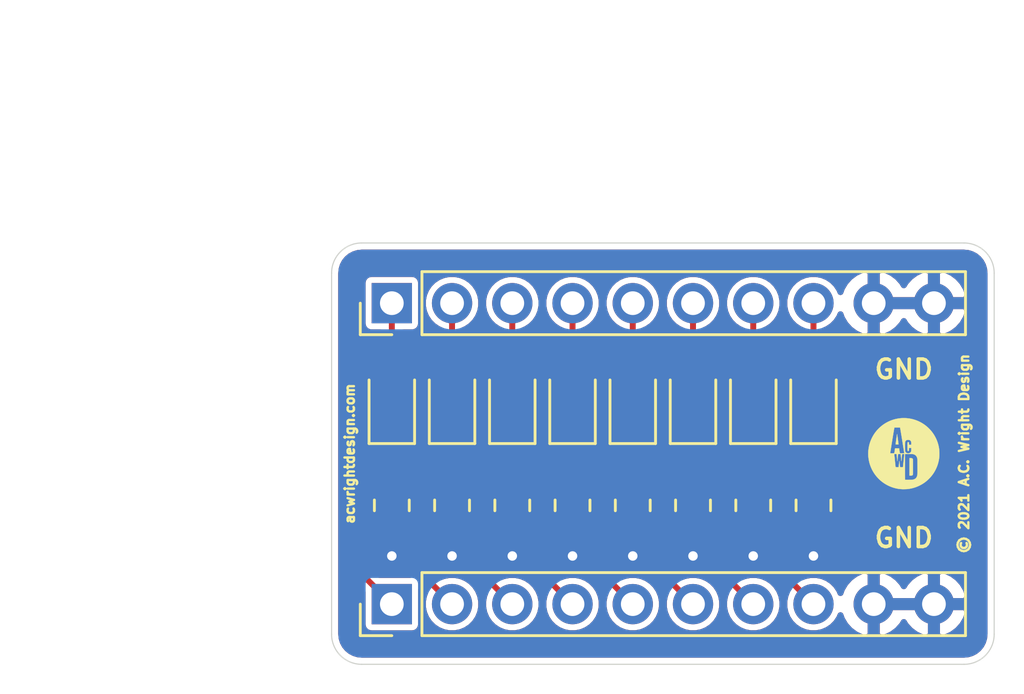
<source format=kicad_pcb>
(kicad_pcb (version 20171130) (host pcbnew "(5.1.9-0-10_14)")

  (general
    (thickness 1.6)
    (drawings 14)
    (tracks 56)
    (zones 0)
    (modules 19)
    (nets 18)
  )

  (page USLetter)
  (title_block
    (title "LED Helper")
    (date 2021-04-02)
    (rev 1)
    (company "A.C. Wright Design")
  )

  (layers
    (0 F.Cu signal)
    (31 B.Cu signal)
    (32 B.Adhes user)
    (33 F.Adhes user)
    (34 B.Paste user)
    (35 F.Paste user)
    (36 B.SilkS user)
    (37 F.SilkS user)
    (38 B.Mask user)
    (39 F.Mask user)
    (40 Dwgs.User user)
    (41 Cmts.User user)
    (42 Eco1.User user)
    (43 Eco2.User user)
    (44 Edge.Cuts user)
    (45 Margin user)
    (46 B.CrtYd user)
    (47 F.CrtYd user)
    (48 B.Fab user)
    (49 F.Fab user)
  )

  (setup
    (last_trace_width 0.25)
    (trace_clearance 0.2)
    (zone_clearance 0.508)
    (zone_45_only no)
    (trace_min 0.2)
    (via_size 0.8)
    (via_drill 0.4)
    (via_min_size 0.4)
    (via_min_drill 0.3)
    (uvia_size 0.3)
    (uvia_drill 0.1)
    (uvias_allowed no)
    (uvia_min_size 0.2)
    (uvia_min_drill 0.1)
    (edge_width 0.05)
    (segment_width 0.2)
    (pcb_text_width 0.3)
    (pcb_text_size 1.5 1.5)
    (mod_edge_width 0.12)
    (mod_text_size 1 1)
    (mod_text_width 0.15)
    (pad_size 1.524 1.524)
    (pad_drill 0.762)
    (pad_to_mask_clearance 0)
    (aux_axis_origin 0 0)
    (visible_elements FFFFFF7F)
    (pcbplotparams
      (layerselection 0x010fc_ffffffff)
      (usegerberextensions false)
      (usegerberattributes true)
      (usegerberadvancedattributes true)
      (creategerberjobfile true)
      (excludeedgelayer true)
      (linewidth 0.100000)
      (plotframeref false)
      (viasonmask false)
      (mode 1)
      (useauxorigin false)
      (hpglpennumber 1)
      (hpglpenspeed 20)
      (hpglpendiameter 15.000000)
      (psnegative false)
      (psa4output false)
      (plotreference true)
      (plotvalue true)
      (plotinvisibletext false)
      (padsonsilk false)
      (subtractmaskfromsilk false)
      (outputformat 1)
      (mirror false)
      (drillshape 1)
      (scaleselection 1)
      (outputdirectory ""))
  )

  (net 0 "")
  (net 1 "Net-(D1-Pad1)")
  (net 2 "Net-(D1-Pad2)")
  (net 3 "Net-(D2-Pad2)")
  (net 4 "Net-(D2-Pad1)")
  (net 5 "Net-(D3-Pad1)")
  (net 6 "Net-(D3-Pad2)")
  (net 7 "Net-(D4-Pad2)")
  (net 8 "Net-(D4-Pad1)")
  (net 9 "Net-(D5-Pad1)")
  (net 10 "Net-(D5-Pad2)")
  (net 11 "Net-(D6-Pad2)")
  (net 12 "Net-(D6-Pad1)")
  (net 13 "Net-(D7-Pad1)")
  (net 14 "Net-(D7-Pad2)")
  (net 15 "Net-(D8-Pad2)")
  (net 16 "Net-(D8-Pad1)")
  (net 17 GND)

  (net_class Default "This is the default net class."
    (clearance 0.2)
    (trace_width 0.25)
    (via_dia 0.8)
    (via_drill 0.4)
    (uvia_dia 0.3)
    (uvia_drill 0.1)
    (add_net GND)
    (add_net "Net-(D1-Pad1)")
    (add_net "Net-(D1-Pad2)")
    (add_net "Net-(D2-Pad1)")
    (add_net "Net-(D2-Pad2)")
    (add_net "Net-(D3-Pad1)")
    (add_net "Net-(D3-Pad2)")
    (add_net "Net-(D4-Pad1)")
    (add_net "Net-(D4-Pad2)")
    (add_net "Net-(D5-Pad1)")
    (add_net "Net-(D5-Pad2)")
    (add_net "Net-(D6-Pad1)")
    (add_net "Net-(D6-Pad2)")
    (add_net "Net-(D7-Pad1)")
    (add_net "Net-(D7-Pad2)")
    (add_net "Net-(D8-Pad1)")
    (add_net "Net-(D8-Pad2)")
  )

  (module "A.C. Wright Logo:A.C. Wright Logo 3mm" (layer F.Cu) (tedit 0) (tstamp 6067F48B)
    (at 146.05 85.09)
    (fp_text reference G*** (at 0 0) (layer F.SilkS) hide
      (effects (font (size 1.524 1.524) (thickness 0.3)))
    )
    (fp_text value LOGO (at 0.75 0) (layer F.SilkS) hide
      (effects (font (size 1.524 1.524) (thickness 0.3)))
    )
    (fp_poly (pts (xy -0.28385 -0.823985) (xy -0.283204 -0.820379) (xy -0.281913 -0.812128) (xy -0.280033 -0.799622)
      (xy -0.277621 -0.783248) (xy -0.274732 -0.763394) (xy -0.271423 -0.740448) (xy -0.26775 -0.714797)
      (xy -0.263768 -0.68683) (xy -0.259534 -0.656933) (xy -0.255103 -0.625496) (xy -0.252693 -0.60833)
      (xy -0.248199 -0.576319) (xy -0.243892 -0.545703) (xy -0.239827 -0.516865) (xy -0.236056 -0.490184)
      (xy -0.232635 -0.466042) (xy -0.229617 -0.444818) (xy -0.227057 -0.426894) (xy -0.225008 -0.412651)
      (xy -0.223525 -0.402469) (xy -0.222661 -0.396729) (xy -0.222471 -0.395605) (xy -0.222454 -0.394219)
      (xy -0.223502 -0.393154) (xy -0.226192 -0.392368) (xy -0.231102 -0.39182) (xy -0.238809 -0.391467)
      (xy -0.249891 -0.391268) (xy -0.264925 -0.39118) (xy -0.283448 -0.39116) (xy -0.303748 -0.391219)
      (xy -0.319437 -0.391411) (xy -0.330984 -0.391761) (xy -0.338856 -0.392291) (xy -0.343522 -0.393027)
      (xy -0.345451 -0.393992) (xy -0.345566 -0.394335) (xy -0.345245 -0.397276) (xy -0.344276 -0.404879)
      (xy -0.34271 -0.416774) (xy -0.340597 -0.432591) (xy -0.337987 -0.45196) (xy -0.334929 -0.474512)
      (xy -0.331475 -0.499877) (xy -0.327674 -0.527685) (xy -0.323577 -0.557565) (xy -0.319233 -0.589148)
      (xy -0.315746 -0.614435) (xy -0.309945 -0.656264) (xy -0.304773 -0.693165) (xy -0.300211 -0.725249)
      (xy -0.296243 -0.752625) (xy -0.292852 -0.775406) (xy -0.290022 -0.793701) (xy -0.287735 -0.807621)
      (xy -0.285974 -0.817277) (xy -0.284723 -0.82278) (xy -0.283965 -0.82424) (xy -0.28385 -0.823985)) (layer F.SilkS) (width 0.01))
    (fp_poly (pts (xy 0.285115 0.188638) (xy 0.300592 0.189208) (xy 0.314877 0.189987) (xy 0.326961 0.1909)
      (xy 0.335838 0.191872) (xy 0.340138 0.1927) (xy 0.35479 0.199538) (xy 0.366569 0.210041)
      (xy 0.376095 0.224773) (xy 0.376571 0.225728) (xy 0.38481 0.242463) (xy 0.38481 0.87503)
      (xy 0.378931 0.88773) (xy 0.370523 0.902247) (xy 0.360068 0.912994) (xy 0.34671 0.921046)
      (xy 0.34194 0.923163) (xy 0.33732 0.924716) (xy 0.331976 0.925791) (xy 0.32503 0.926478)
      (xy 0.315606 0.926862) (xy 0.30283 0.927032) (xy 0.286385 0.927075) (xy 0.23876 0.9271)
      (xy 0.23876 0.187339) (xy 0.285115 0.188638)) (layer F.SilkS) (width 0.01))
    (fp_poly (pts (xy 0.021612 -1.499492) (xy 0.047628 -1.499196) (xy 0.071878 -1.498673) (xy 0.093386 -1.497924)
      (xy 0.111173 -1.496947) (xy 0.11684 -1.496509) (xy 0.205967 -1.486421) (xy 0.2932 -1.471619)
      (xy 0.378538 -1.452105) (xy 0.461978 -1.427879) (xy 0.54352 -1.398941) (xy 0.623163 -1.365291)
      (xy 0.700905 -1.326931) (xy 0.776746 -1.28386) (xy 0.850684 -1.236078) (xy 0.86741 -1.22443)
      (xy 0.929267 -1.178063) (xy 0.989832 -1.127336) (xy 1.04838 -1.072936) (xy 1.104188 -1.01555)
      (xy 1.156534 -0.955866) (xy 1.178824 -0.92837) (xy 1.229292 -0.860499) (xy 1.275996 -0.78948)
      (xy 1.318742 -0.715713) (xy 1.357339 -0.639597) (xy 1.391594 -0.56153) (xy 1.421316 -0.481911)
      (xy 1.446312 -0.40114) (xy 1.461578 -0.341189) (xy 1.473802 -0.284084) (xy 1.483476 -0.228974)
      (xy 1.49075 -0.174516) (xy 1.495774 -0.119369) (xy 1.498697 -0.06219) (xy 1.499669 -0.001637)
      (xy 1.49967 0) (xy 1.499563 0.021866) (xy 1.49926 0.04404) (xy 1.49879 0.06548)
      (xy 1.498181 0.085147) (xy 1.497461 0.102001) (xy 1.496659 0.115001) (xy 1.496508 0.11684)
      (xy 1.487072 0.202114) (xy 1.473576 0.28466) (xy 1.455883 0.364976) (xy 1.433857 0.443557)
      (xy 1.407363 0.520901) (xy 1.376265 0.597506) (xy 1.348956 0.65659) (xy 1.3107 0.730345)
      (xy 1.269399 0.800444) (xy 1.224672 0.867424) (xy 1.176135 0.931823) (xy 1.123403 0.994177)
      (xy 1.066095 1.055022) (xy 1.060571 1.060571) (xy 0.999837 1.11832) (xy 0.937645 1.171457)
      (xy 0.873457 1.220366) (xy 0.806737 1.265428) (xy 0.736948 1.307028) (xy 0.663552 1.345548)
      (xy 0.65659 1.348956) (xy 0.577772 1.384733) (xy 0.498492 1.415538) (xy 0.418366 1.441478)
      (xy 0.337007 1.46266) (xy 0.25403 1.479192) (xy 0.169051 1.49118) (xy 0.13208 1.494939)
      (xy 0.118738 1.495935) (xy 0.101782 1.496879) (xy 0.082106 1.49775) (xy 0.060607 1.498527)
      (xy 0.03818 1.499187) (xy 0.01572 1.499708) (xy -0.005877 1.50007) (xy -0.025716 1.500251)
      (xy -0.0429 1.500229) (xy -0.056535 1.499982) (xy -0.0635 1.499663) (xy -0.098263 1.497251)
      (xy -0.128851 1.494863) (xy -0.156169 1.4924) (xy -0.181121 1.48976) (xy -0.204611 1.486841)
      (xy -0.227544 1.483543) (xy -0.250823 1.479765) (xy -0.267529 1.47683) (xy -0.351384 1.459143)
      (xy -0.43422 1.436562) (xy -0.515735 1.409225) (xy -0.595629 1.377266) (xy -0.673599 1.340822)
      (xy -0.749344 1.300029) (xy -0.822562 1.255023) (xy -0.892953 1.205939) (xy -0.92837 1.178824)
      (xy -0.988866 1.128276) (xy -1.047374 1.073941) (xy -1.103206 1.016539) (xy -1.155676 0.956795)
      (xy -1.204095 0.895431) (xy -1.22443 0.86741) (xy -1.256732 0.820017) (xy -1.285941 0.773534)
      (xy -1.313104 0.726191) (xy -1.339266 0.676215) (xy -1.348957 0.65659) (xy -1.383711 0.580216)
      (xy -1.413756 0.503487) (xy -1.439227 0.425906) (xy -1.46026 0.346976) (xy -1.476992 0.2662)
      (xy -1.489558 0.18308) (xy -1.496509 0.11684) (xy -1.497573 0.100751) (xy -1.49841 0.080565)
      (xy -1.499021 0.057258) (xy -1.499405 0.031808) (xy -1.49945 0.02413) (xy -0.404083 0.02413)
      (xy -0.376531 0.295451) (xy -0.371961 0.340327) (xy -0.367852 0.380378) (xy -0.364179 0.415836)
      (xy -0.360915 0.446932) (xy -0.358033 0.473899) (xy -0.355508 0.496968) (xy -0.353312 0.516371)
      (xy -0.351418 0.532339) (xy -0.349802 0.545105) (xy -0.348436 0.554899) (xy -0.347294 0.561954)
      (xy -0.346348 0.566501) (xy -0.345574 0.568773) (xy -0.345305 0.569097) (xy -0.341812 0.569755)
      (xy -0.333996 0.570343) (xy -0.322612 0.570835) (xy -0.308417 0.571202) (xy -0.292167 0.571417)
      (xy -0.281395 0.571461) (xy -0.262299 0.571448) (xy -0.24766 0.571352) (xy -0.236853 0.571127)
      (xy -0.229254 0.570728) (xy -0.224241 0.570107) (xy -0.221189 0.569221) (xy -0.219475 0.568022)
      (xy -0.218674 0.566857) (xy -0.217928 0.56348) (xy -0.216727 0.55555) (xy -0.215132 0.543566)
      (xy -0.213203 0.528029) (xy -0.211001 0.509438) (xy -0.208585 0.488294) (xy -0.206016 0.465097)
      (xy -0.203354 0.440347) (xy -0.202781 0.434918) (xy -0.200148 0.410132) (xy -0.197648 0.386978)
      (xy -0.195333 0.365929) (xy -0.193258 0.347455) (xy -0.191476 0.332028) (xy -0.190041 0.32012)
      (xy -0.189007 0.312201) (xy -0.188428 0.308744) (xy -0.18836 0.308633) (xy -0.187902 0.311282)
      (xy -0.18697 0.318502) (xy -0.185619 0.329811) (xy -0.183904 0.344728) (xy -0.181877 0.362771)
      (xy -0.179595 0.38346) (xy -0.177112 0.406312) (xy -0.174482 0.430847) (xy -0.173831 0.43696)
      (xy -0.17089 0.464186) (xy -0.168095 0.48911) (xy -0.165499 0.511334) (xy -0.16315 0.530458)
      (xy -0.1611 0.54608) (xy -0.159399 0.557802) (xy -0.158098 0.565223) (xy -0.157317 0.567887)
      (xy -0.155402 0.569115) (xy -0.15157 0.570044) (xy -0.145223 0.570709) (xy -0.135766 0.571148)
      (xy -0.122602 0.571398) (xy -0.105134 0.571495) (xy -0.098957 0.5715) (xy -0.082505 0.571432)
      (xy -0.067631 0.571244) (xy -0.055135 0.570956) (xy -0.045815 0.570587) (xy -0.040471 0.570159)
      (xy -0.039647 0.569984) (xy -0.036489 0.566616) (xy -0.034359 0.5606) (xy -0.034335 0.560459)
      (xy -0.033896 0.556873) (xy -0.032984 0.548577) (xy -0.032032 0.539644) (xy 0.04826 0.539644)
      (xy 0.04826 0.556737) (xy 0.048269 0.62519) (xy 0.048299 0.688644) (xy 0.048349 0.747181)
      (xy 0.048419 0.800881) (xy 0.048511 0.849827) (xy 0.048624 0.894099) (xy 0.048759 0.933779)
      (xy 0.048916 0.968947) (xy 0.049096 0.999687) (xy 0.049299 1.026078) (xy 0.049526 1.048201)
      (xy 0.049776 1.066139) (xy 0.050051 1.079973) (xy 0.050351 1.089783) (xy 0.050675 1.095652)
      (xy 0.050972 1.097601) (xy 0.051621 1.098631) (xy 0.052633 1.099507) (xy 0.054384 1.100241)
      (xy 0.057252 1.10084) (xy 0.061613 1.101316) (xy 0.067844 1.101676) (xy 0.076321 1.101931)
      (xy 0.087422 1.10209) (xy 0.101523 1.102163) (xy 0.119 1.102159) (xy 0.140232 1.102087)
      (xy 0.165594 1.101958) (xy 0.195463 1.10178) (xy 0.212897 1.101671) (xy 0.245436 1.10146)
      (xy 0.27332 1.101258) (xy 0.296973 1.101048) (xy 0.316821 1.100816) (xy 0.333288 1.100548)
      (xy 0.346799 1.100228) (xy 0.357778 1.099841) (xy 0.366651 1.099372) (xy 0.373841 1.098808)
      (xy 0.379775 1.098131) (xy 0.384876 1.097329) (xy 0.389569 1.096386) (xy 0.39417 1.095313)
      (xy 0.428445 1.084933) (xy 0.458964 1.071313) (xy 0.485802 1.05436) (xy 0.509034 1.033981)
      (xy 0.528736 1.010084) (xy 0.544986 0.982574) (xy 0.557857 0.95136) (xy 0.567427 0.916348)
      (xy 0.573771 0.877445) (xy 0.574046 0.87503) (xy 0.574524 0.868577) (xy 0.574941 0.858294)
      (xy 0.575297 0.844064) (xy 0.575594 0.825769) (xy 0.575832 0.80329) (xy 0.576011 0.77651)
      (xy 0.576132 0.745311) (xy 0.576197 0.709576) (xy 0.576205 0.669186) (xy 0.576158 0.624023)
      (xy 0.576055 0.573971) (xy 0.575966 0.54102) (xy 0.575062 0.23241) (xy 0.569349 0.207301)
      (xy 0.566231 0.194431) (xy 0.56276 0.181391) (xy 0.559508 0.1703) (xy 0.558323 0.166661)
      (xy 0.545118 0.135224) (xy 0.528225 0.107129) (xy 0.507816 0.08255) (xy 0.484064 0.061662)
      (xy 0.457142 0.04464) (xy 0.427222 0.031659) (xy 0.424125 0.030608) (xy 0.415988 0.027917)
      (xy 0.408724 0.025605) (xy 0.401886 0.02364) (xy 0.395029 0.021992) (xy 0.387707 0.020629)
      (xy 0.379473 0.01952) (xy 0.369883 0.018633) (xy 0.35849 0.017937) (xy 0.344849 0.017402)
      (xy 0.328514 0.016996) (xy 0.309039 0.016687) (xy 0.285978 0.016444) (xy 0.258886 0.016237)
      (xy 0.227317 0.016034) (xy 0.215059 0.015957) (xy 0.180403 0.015765) (xy 0.150551 0.015656)
      (xy 0.12523 0.015633) (xy 0.104163 0.0157) (xy 0.087076 0.01586) (xy 0.073694 0.016117)
      (xy 0.063742 0.016473) (xy 0.056945 0.016932) (xy 0.053029 0.017497) (xy 0.051864 0.01795)
      (xy 0.051445 0.018836) (xy 0.051058 0.020897) (xy 0.050704 0.024326) (xy 0.050379 0.029316)
      (xy 0.050084 0.03606) (xy 0.049816 0.04475) (xy 0.049575 0.055578) (xy 0.04936 0.068738)
      (xy 0.049168 0.084423) (xy 0.048998 0.102824) (xy 0.04885 0.124134) (xy 0.048722 0.148547)
      (xy 0.048613 0.176254) (xy 0.048522 0.207449) (xy 0.048446 0.242324) (xy 0.048385 0.281072)
      (xy 0.048338 0.323885) (xy 0.048303 0.370956) (xy 0.048279 0.422477) (xy 0.048265 0.478642)
      (xy 0.04826 0.539644) (xy -0.032032 0.539644) (xy -0.031634 0.535915) (xy -0.029882 0.519233)
      (xy -0.027763 0.498873) (xy -0.025313 0.475182) (xy -0.022567 0.448502) (xy -0.019562 0.41918)
      (xy -0.016331 0.387558) (xy -0.012912 0.353982) (xy -0.009339 0.318796) (xy -0.006249 0.28829)
      (xy 0.020472 0.02413) (xy 0.014822 0.019513) (xy 0.012133 0.017733) (xy 0.008592 0.016511)
      (xy 0.003338 0.015775) (xy -0.004491 0.015451) (xy -0.015756 0.015463) (xy -0.029584 0.015703)
      (xy -0.046559 0.016252) (xy -0.059388 0.017092) (xy -0.067755 0.018194) (xy -0.07126 0.019436)
      (xy -0.072117 0.022582) (xy -0.073351 0.030517) (xy -0.074932 0.042966) (xy -0.07683 0.059653)
      (xy -0.079015 0.080303) (xy -0.081457 0.104642) (xy -0.084126 0.132394) (xy -0.086992 0.163284)
      (xy -0.087356 0.16728) (xy -0.089794 0.193881) (xy -0.092129 0.218947) (xy -0.094316 0.242025)
      (xy -0.096311 0.262662) (xy -0.098069 0.280406) (xy -0.099544 0.294803) (xy -0.100693 0.305401)
      (xy -0.10147 0.311748) (xy -0.101791 0.313457) (xy -0.102257 0.311236) (xy -0.103153 0.304399)
      (xy -0.104433 0.293384) (xy -0.10605 0.278634) (xy -0.107958 0.260588) (xy -0.11011 0.239687)
      (xy -0.112459 0.21637) (xy -0.114958 0.19108) (xy -0.117132 0.168712) (xy -0.120473 0.134582)
      (xy -0.123509 0.10461) (xy -0.126224 0.078929) (xy -0.128604 0.057672) (xy -0.130633 0.040974)
      (xy -0.132296 0.028967) (xy -0.133576 0.021784) (xy -0.134308 0.019609) (xy -0.137898 0.018258)
      (xy -0.145826 0.017187) (xy -0.158319 0.016378) (xy -0.175602 0.015812) (xy -0.181038 0.0157)
      (xy -0.200281 0.015442) (xy -0.215051 0.015514) (xy -0.225949 0.015982) (xy -0.233574 0.016908)
      (xy -0.238526 0.018358) (xy -0.241407 0.020397) (xy -0.242547 0.022294) (xy -0.243025 0.025341)
      (xy -0.243937 0.032893) (xy -0.245227 0.044397) (xy -0.24684 0.059301) (xy -0.24872 0.077053)
      (xy -0.25081 0.0971) (xy -0.253057 0.11889) (xy -0.255402 0.141871) (xy -0.257792 0.165492)
      (xy -0.26017 0.189199) (xy -0.262481 0.21244) (xy -0.264669 0.234665) (xy -0.266678 0.255319)
      (xy -0.268453 0.273852) (xy -0.269937 0.28971) (xy -0.271076 0.302343) (xy -0.271813 0.311196)
      (xy -0.272065 0.31496) (xy -0.272371 0.317527) (xy -0.272899 0.316839) (xy -0.273671 0.312701)
      (xy -0.274708 0.304918) (xy -0.27603 0.293295) (xy -0.277658 0.277637) (xy -0.279613 0.25775)
      (xy -0.281916 0.233439) (xy -0.284588 0.204509) (xy -0.287648 0.170766) (xy -0.288577 0.160443)
      (xy -0.291401 0.129549) (xy -0.294027 0.10197) (xy -0.296424 0.077967) (xy -0.298566 0.057797)
      (xy -0.300423 0.041722) (xy -0.301968 0.029999) (xy -0.303172 0.022888) (xy -0.30383 0.020743)
      (xy -0.305647 0.019148) (xy -0.308922 0.017961) (xy -0.314391 0.017102) (xy -0.32279 0.01649)
      (xy -0.334856 0.016045) (xy -0.34983 0.015713) (xy -0.365793 0.015468) (xy -0.377488 0.015456)
      (xy -0.385723 0.015741) (xy -0.391307 0.016387) (xy -0.395048 0.017456) (xy -0.397754 0.019013)
      (xy -0.398411 0.019523) (xy -0.404083 0.02413) (xy -1.49945 0.02413) (xy -1.499562 0.005192)
      (xy -1.499495 -0.020713) (xy -0.574023 -0.020713) (xy -0.573994 -0.018995) (xy -0.572468 -0.017946)
      (xy -0.56948 -0.017107) (xy -0.564529 -0.016455) (xy -0.557111 -0.015968) (xy -0.546725 -0.015626)
      (xy -0.532867 -0.015405) (xy -0.515035 -0.015284) (xy -0.492726 -0.015242) (xy -0.48768 -0.01524)
      (xy -0.46348 -0.015287) (xy -0.443949 -0.015438) (xy -0.42868 -0.015707) (xy -0.417263 -0.01611)
      (xy -0.409291 -0.016662) (xy -0.404352 -0.017378) (xy -0.40204 -0.018274) (xy -0.401902 -0.018415)
      (xy -0.400981 -0.021552) (xy -0.399444 -0.029165) (xy -0.39738 -0.040701) (xy -0.394883 -0.055604)
      (xy -0.392043 -0.073322) (xy -0.388955 -0.093301) (xy -0.385708 -0.114985) (xy -0.384599 -0.122555)
      (xy -0.369877 -0.22352) (xy -0.198686 -0.22352) (xy -0.197234 -0.215265) (xy -0.196551 -0.210904)
      (xy -0.195251 -0.202134) (xy -0.193422 -0.189579) (xy -0.191155 -0.17386) (xy -0.188539 -0.155601)
      (xy -0.185664 -0.135423) (xy -0.182669 -0.1143) (xy -0.179615 -0.093099) (xy -0.176677 -0.073432)
      (xy -0.173948 -0.05588) (xy -0.171525 -0.041023) (xy -0.169501 -0.029443) (xy -0.167972 -0.021721)
      (xy -0.167033 -0.018436) (xy -0.167017 -0.018415) (xy -0.16376 -0.017447) (xy -0.156135 -0.016637)
      (xy -0.144855 -0.015982) (xy -0.13063 -0.015481) (xy -0.114171 -0.015133) (xy -0.096189 -0.014935)
      (xy -0.077396 -0.014887) (xy -0.0585 -0.014985) (xy -0.040215 -0.015229) (xy -0.02325 -0.015617)
      (xy -0.008317 -0.016147) (xy 0.003874 -0.016817) (xy 0.012612 -0.017627) (xy 0.017185 -0.018573)
      (xy 0.017621 -0.018859) (xy 0.017543 -0.021718) (xy 0.016675 -0.029308) (xy 0.015062 -0.041347)
      (xy 0.01275 -0.057556) (xy 0.009784 -0.077654) (xy 0.00621 -0.101362) (xy 0.002074 -0.128398)
      (xy -0.00258 -0.158482) (xy -0.007705 -0.191333) (xy -0.013256 -0.226673) (xy -0.019187 -0.264219)
      (xy -0.025454 -0.303692) (xy -0.026523 -0.310403) (xy 0.049192 -0.310403) (xy 0.049205 -0.282736)
      (xy 0.049306 -0.255401) (xy 0.049494 -0.22894) (xy 0.049771 -0.203892) (xy 0.050135 -0.180799)
      (xy 0.050587 -0.160201) (xy 0.051126 -0.142639) (xy 0.051753 -0.128653) (xy 0.052468 -0.118786)
      (xy 0.053085 -0.1143) (xy 0.060708 -0.089406) (xy 0.072055 -0.067674) (xy 0.086888 -0.04936)
      (xy 0.104969 -0.03472) (xy 0.12606 -0.024011) (xy 0.14131 -0.01927) (xy 0.15437 -0.017076)
      (xy 0.17035 -0.015833) (xy 0.187511 -0.015541) (xy 0.204116 -0.016206) (xy 0.218426 -0.017829)
      (xy 0.224684 -0.01913) (xy 0.246389 -0.027078) (xy 0.266211 -0.038824) (xy 0.283269 -0.053685)
      (xy 0.29668 -0.070978) (xy 0.300522 -0.077819) (xy 0.305041 -0.087338) (xy 0.308588 -0.096528)
      (xy 0.3113 -0.10622) (xy 0.313311 -0.117251) (xy 0.314758 -0.130453) (xy 0.315775 -0.14666)
      (xy 0.316497 -0.166708) (xy 0.316782 -0.178086) (xy 0.318086 -0.235522) (xy 0.312147 -0.239681)
      (xy 0.30895 -0.241325) (xy 0.304265 -0.242487) (xy 0.297271 -0.243242) (xy 0.287146 -0.243664)
      (xy 0.27307 -0.243829) (xy 0.2667 -0.24384) (xy 0.250058 -0.243906) (xy 0.237496 -0.243687)
      (xy 0.228443 -0.242561) (xy 0.222329 -0.239908) (xy 0.218583 -0.235104) (xy 0.216634 -0.227528)
      (xy 0.215912 -0.216558) (xy 0.215846 -0.201573) (xy 0.215885 -0.188451) (xy 0.215728 -0.168044)
      (xy 0.215204 -0.152086) (xy 0.214209 -0.139957) (xy 0.212644 -0.131033) (xy 0.210405 -0.124693)
      (xy 0.207392 -0.120313) (xy 0.204342 -0.117793) (xy 0.196931 -0.115037) (xy 0.186957 -0.113845)
      (xy 0.176711 -0.114282) (xy 0.168485 -0.116413) (xy 0.167805 -0.116752) (xy 0.16531 -0.118166)
      (xy 0.16316 -0.119786) (xy 0.161329 -0.121979) (xy 0.159793 -0.125111) (xy 0.158525 -0.129548)
      (xy 0.1575 -0.135655) (xy 0.156692 -0.143801) (xy 0.156074 -0.154349) (xy 0.155622 -0.167668)
      (xy 0.155309 -0.184122) (xy 0.155111 -0.204078) (xy 0.155 -0.227903) (xy 0.154952 -0.255961)
      (xy 0.15494 -0.28862) (xy 0.15494 -0.29972) (xy 0.154946 -0.333885) (xy 0.154983 -0.363335)
      (xy 0.155074 -0.388437) (xy 0.155244 -0.409555) (xy 0.155517 -0.427056) (xy 0.155919 -0.441305)
      (xy 0.156475 -0.452667) (xy 0.157208 -0.461509) (xy 0.158143 -0.468197) (xy 0.159305 -0.473094)
      (xy 0.160719 -0.476569) (xy 0.16241 -0.478985) (xy 0.164401 -0.480708) (xy 0.166718 -0.482105)
      (xy 0.167257 -0.482396) (xy 0.172629 -0.48394) (xy 0.180868 -0.484936) (xy 0.186644 -0.48514)
      (xy 0.195579 -0.484745) (xy 0.201345 -0.483162) (xy 0.205817 -0.479799) (xy 0.206821 -0.478754)
      (xy 0.210011 -0.474773) (xy 0.212365 -0.47017) (xy 0.214006 -0.464142) (xy 0.215056 -0.455885)
      (xy 0.215637 -0.444597) (xy 0.215873 -0.429473) (xy 0.2159 -0.419291) (xy 0.216089 -0.402192)
      (xy 0.216669 -0.389916) (xy 0.217659 -0.382218) (xy 0.218947 -0.378969) (xy 0.222207 -0.377725)
      (xy 0.229364 -0.376823) (xy 0.240754 -0.37624) (xy 0.25671 -0.375957) (xy 0.266896 -0.37592)
      (xy 0.283598 -0.37599) (xy 0.295916 -0.376237) (xy 0.304544 -0.376716) (xy 0.310178 -0.377482)
      (xy 0.31351 -0.378592) (xy 0.314981 -0.379756) (xy 0.316193 -0.383869) (xy 0.316962 -0.392106)
      (xy 0.317321 -0.403535) (xy 0.3173 -0.417222) (xy 0.31693 -0.432234) (xy 0.316245 -0.447639)
      (xy 0.315273 -0.462502) (xy 0.314048 -0.475891) (xy 0.3126 -0.486873) (xy 0.311143 -0.493892)
      (xy 0.302081 -0.517828) (xy 0.289314 -0.538458) (xy 0.273082 -0.555548) (xy 0.253623 -0.568864)
      (xy 0.231175 -0.578169) (xy 0.223283 -0.580289) (xy 0.207915 -0.582753) (xy 0.189721 -0.583892)
      (xy 0.170779 -0.583707) (xy 0.153167 -0.582197) (xy 0.142476 -0.580289) (xy 0.119397 -0.572387)
      (xy 0.099123 -0.56037) (xy 0.081926 -0.544529) (xy 0.068079 -0.525155) (xy 0.057855 -0.502538)
      (xy 0.053044 -0.48514) (xy 0.052263 -0.478815) (xy 0.05157 -0.467956) (xy 0.050966 -0.453103)
      (xy 0.05045 -0.434798) (xy 0.050022 -0.41358) (xy 0.049682 -0.389991) (xy 0.049431 -0.364571)
      (xy 0.049268 -0.337862) (xy 0.049192 -0.310403) (xy -0.026523 -0.310403) (xy -0.03201 -0.344811)
      (xy -0.03881 -0.387296) (xy -0.045808 -0.430867) (xy -0.052959 -0.475243) (xy -0.060218 -0.520144)
      (xy -0.067539 -0.565289) (xy -0.074876 -0.610398) (xy -0.082183 -0.655191) (xy -0.089417 -0.699387)
      (xy -0.09653 -0.742707) (xy -0.103477 -0.784868) (xy -0.110213 -0.825592) (xy -0.116692 -0.864598)
      (xy -0.12287 -0.901606) (xy -0.128699 -0.936334) (xy -0.134135 -0.968503) (xy -0.139132 -0.997832)
      (xy -0.143645 -1.024042) (xy -0.147628 -1.046851) (xy -0.151036 -1.065979) (xy -0.153823 -1.081146)
      (xy -0.155944 -1.092071) (xy -0.157352 -1.098475) (xy -0.157922 -1.100147) (xy -0.161182 -1.100637)
      (xy -0.168902 -1.10106) (xy -0.18046 -1.101419) (xy -0.195238 -1.101712) (xy -0.212613 -1.10194)
      (xy -0.231967 -1.102104) (xy -0.252678 -1.102204) (xy -0.274127 -1.102239) (xy -0.295693 -1.10221)
      (xy -0.316756 -1.102118) (xy -0.336695 -1.101963) (xy -0.35489 -1.101744) (xy -0.370722 -1.101462)
      (xy -0.383569 -1.101118) (xy -0.392811 -1.100712) (xy -0.397829 -1.100243) (xy -0.398496 -1.10005)
      (xy -0.39935 -1.097293) (xy -0.40095 -1.089798) (xy -0.40325 -1.077847) (xy -0.406205 -1.06172)
      (xy -0.409768 -1.041697) (xy -0.413895 -1.018058) (xy -0.41854 -0.991085) (xy -0.423657 -0.961058)
      (xy -0.429201 -0.928257) (xy -0.435127 -0.892963) (xy -0.441389 -0.855455) (xy -0.44794 -0.816016)
      (xy -0.454737 -0.774925) (xy -0.461733 -0.732462) (xy -0.468882 -0.688909) (xy -0.47614 -0.644545)
      (xy -0.48346 -0.599651) (xy -0.490797 -0.554508) (xy -0.498106 -0.509396) (xy -0.505341 -0.464596)
      (xy -0.512456 -0.420387) (xy -0.519406 -0.377052) (xy -0.526146 -0.334869) (xy -0.53263 -0.29412)
      (xy -0.538812 -0.255085) (xy -0.544647 -0.218044) (xy -0.550089 -0.183279) (xy -0.555093 -0.151069)
      (xy -0.559613 -0.121695) (xy -0.563603 -0.095437) (xy -0.567019 -0.072576) (xy -0.569815 -0.053393)
      (xy -0.571944 -0.038168) (xy -0.573362 -0.027181) (xy -0.574023 -0.020713) (xy -1.499495 -0.020713)
      (xy -1.499492 -0.021613) (xy -1.499196 -0.047629) (xy -1.498673 -0.071879) (xy -1.497924 -0.093387)
      (xy -1.496947 -0.111174) (xy -1.496509 -0.11684) (xy -1.487073 -0.202115) (xy -1.473577 -0.284661)
      (xy -1.455884 -0.364977) (xy -1.433858 -0.443558) (xy -1.407364 -0.520902) (xy -1.376266 -0.597507)
      (xy -1.348957 -0.65659) (xy -1.310701 -0.730346) (xy -1.2694 -0.800445) (xy -1.224673 -0.867425)
      (xy -1.176136 -0.931824) (xy -1.123404 -0.994178) (xy -1.066096 -1.055023) (xy -1.060572 -1.060572)
      (xy -0.999838 -1.118321) (xy -0.937646 -1.171458) (xy -0.873458 -1.220367) (xy -0.806738 -1.265429)
      (xy -0.736949 -1.307029) (xy -0.663553 -1.345549) (xy -0.65659 -1.348957) (xy -0.580217 -1.383711)
      (xy -0.503488 -1.413756) (xy -0.425907 -1.439227) (xy -0.346977 -1.46026) (xy -0.266201 -1.476992)
      (xy -0.183081 -1.489558) (xy -0.11684 -1.496509) (xy -0.100752 -1.497573) (xy -0.080566 -1.49841)
      (xy -0.057259 -1.499021) (xy -0.031809 -1.499405) (xy -0.005193 -1.499562) (xy 0.021612 -1.499492)) (layer F.SilkS) (width 0.01))
  )

  (module LED_SMD:LED_0805_2012Metric (layer F.Cu) (tedit 5F68FEF1) (tstamp 60678DA6)
    (at 124.46 82.9795 90)
    (descr "LED SMD 0805 (2012 Metric), square (rectangular) end terminal, IPC_7351 nominal, (Body size source: https://docs.google.com/spreadsheets/d/1BsfQQcO9C6DZCsRaXUlFlo91Tg2WpOkGARC1WS5S8t0/edit?usp=sharing), generated with kicad-footprint-generator")
    (tags LED)
    (path /60677B6D)
    (attr smd)
    (fp_text reference D1 (at 0 -1.65 90) (layer F.SilkS) hide
      (effects (font (size 1 1) (thickness 0.15)))
    )
    (fp_text value LED (at 0 1.65 90) (layer F.Fab) hide
      (effects (font (size 1 1) (thickness 0.15)))
    )
    (fp_line (start 1 -0.6) (end -0.7 -0.6) (layer F.Fab) (width 0.1))
    (fp_line (start -0.7 -0.6) (end -1 -0.3) (layer F.Fab) (width 0.1))
    (fp_line (start -1 -0.3) (end -1 0.6) (layer F.Fab) (width 0.1))
    (fp_line (start -1 0.6) (end 1 0.6) (layer F.Fab) (width 0.1))
    (fp_line (start 1 0.6) (end 1 -0.6) (layer F.Fab) (width 0.1))
    (fp_line (start 1 -0.96) (end -1.685 -0.96) (layer F.SilkS) (width 0.12))
    (fp_line (start -1.685 -0.96) (end -1.685 0.96) (layer F.SilkS) (width 0.12))
    (fp_line (start -1.685 0.96) (end 1 0.96) (layer F.SilkS) (width 0.12))
    (fp_line (start -1.68 0.95) (end -1.68 -0.95) (layer F.CrtYd) (width 0.05))
    (fp_line (start -1.68 -0.95) (end 1.68 -0.95) (layer F.CrtYd) (width 0.05))
    (fp_line (start 1.68 -0.95) (end 1.68 0.95) (layer F.CrtYd) (width 0.05))
    (fp_line (start 1.68 0.95) (end -1.68 0.95) (layer F.CrtYd) (width 0.05))
    (fp_text user %R (at 0 0 90) (layer F.Fab)
      (effects (font (size 0.5 0.5) (thickness 0.08)))
    )
    (pad 1 smd roundrect (at -0.9375 0 90) (size 0.975 1.4) (layers F.Cu F.Paste F.Mask) (roundrect_rratio 0.25)
      (net 1 "Net-(D1-Pad1)"))
    (pad 2 smd roundrect (at 0.9375 0 90) (size 0.975 1.4) (layers F.Cu F.Paste F.Mask) (roundrect_rratio 0.25)
      (net 2 "Net-(D1-Pad2)"))
    (model ${KISYS3DMOD}/LED_SMD.3dshapes/LED_0805_2012Metric.wrl
      (at (xyz 0 0 0))
      (scale (xyz 1 1 1))
      (rotate (xyz 0 0 0))
    )
  )

  (module LED_SMD:LED_0805_2012Metric (layer F.Cu) (tedit 5F68FEF1) (tstamp 6067869A)
    (at 127 82.9795 90)
    (descr "LED SMD 0805 (2012 Metric), square (rectangular) end terminal, IPC_7351 nominal, (Body size source: https://docs.google.com/spreadsheets/d/1BsfQQcO9C6DZCsRaXUlFlo91Tg2WpOkGARC1WS5S8t0/edit?usp=sharing), generated with kicad-footprint-generator")
    (tags LED)
    (path /6067903D)
    (attr smd)
    (fp_text reference D2 (at 0 -1.65 90) (layer F.SilkS) hide
      (effects (font (size 1 1) (thickness 0.15)))
    )
    (fp_text value LED (at 0 1.65 90) (layer F.Fab) hide
      (effects (font (size 1 1) (thickness 0.15)))
    )
    (fp_line (start 1.68 0.95) (end -1.68 0.95) (layer F.CrtYd) (width 0.05))
    (fp_line (start 1.68 -0.95) (end 1.68 0.95) (layer F.CrtYd) (width 0.05))
    (fp_line (start -1.68 -0.95) (end 1.68 -0.95) (layer F.CrtYd) (width 0.05))
    (fp_line (start -1.68 0.95) (end -1.68 -0.95) (layer F.CrtYd) (width 0.05))
    (fp_line (start -1.685 0.96) (end 1 0.96) (layer F.SilkS) (width 0.12))
    (fp_line (start -1.685 -0.96) (end -1.685 0.96) (layer F.SilkS) (width 0.12))
    (fp_line (start 1 -0.96) (end -1.685 -0.96) (layer F.SilkS) (width 0.12))
    (fp_line (start 1 0.6) (end 1 -0.6) (layer F.Fab) (width 0.1))
    (fp_line (start -1 0.6) (end 1 0.6) (layer F.Fab) (width 0.1))
    (fp_line (start -1 -0.3) (end -1 0.6) (layer F.Fab) (width 0.1))
    (fp_line (start -0.7 -0.6) (end -1 -0.3) (layer F.Fab) (width 0.1))
    (fp_line (start 1 -0.6) (end -0.7 -0.6) (layer F.Fab) (width 0.1))
    (fp_text user %R (at 0 0 90) (layer F.Fab)
      (effects (font (size 0.5 0.5) (thickness 0.08)))
    )
    (pad 2 smd roundrect (at 0.9375 0 90) (size 0.975 1.4) (layers F.Cu F.Paste F.Mask) (roundrect_rratio 0.25)
      (net 3 "Net-(D2-Pad2)"))
    (pad 1 smd roundrect (at -0.9375 0 90) (size 0.975 1.4) (layers F.Cu F.Paste F.Mask) (roundrect_rratio 0.25)
      (net 4 "Net-(D2-Pad1)"))
    (model ${KISYS3DMOD}/LED_SMD.3dshapes/LED_0805_2012Metric.wrl
      (at (xyz 0 0 0))
      (scale (xyz 1 1 1))
      (rotate (xyz 0 0 0))
    )
  )

  (module LED_SMD:LED_0805_2012Metric (layer F.Cu) (tedit 5F68FEF1) (tstamp 606786AD)
    (at 129.54 82.9795 90)
    (descr "LED SMD 0805 (2012 Metric), square (rectangular) end terminal, IPC_7351 nominal, (Body size source: https://docs.google.com/spreadsheets/d/1BsfQQcO9C6DZCsRaXUlFlo91Tg2WpOkGARC1WS5S8t0/edit?usp=sharing), generated with kicad-footprint-generator")
    (tags LED)
    (path /606793CC)
    (attr smd)
    (fp_text reference D3 (at 0 -1.65 90) (layer F.SilkS) hide
      (effects (font (size 1 1) (thickness 0.15)))
    )
    (fp_text value LED (at 0 1.65 90) (layer F.Fab) hide
      (effects (font (size 1 1) (thickness 0.15)))
    )
    (fp_line (start 1 -0.6) (end -0.7 -0.6) (layer F.Fab) (width 0.1))
    (fp_line (start -0.7 -0.6) (end -1 -0.3) (layer F.Fab) (width 0.1))
    (fp_line (start -1 -0.3) (end -1 0.6) (layer F.Fab) (width 0.1))
    (fp_line (start -1 0.6) (end 1 0.6) (layer F.Fab) (width 0.1))
    (fp_line (start 1 0.6) (end 1 -0.6) (layer F.Fab) (width 0.1))
    (fp_line (start 1 -0.96) (end -1.685 -0.96) (layer F.SilkS) (width 0.12))
    (fp_line (start -1.685 -0.96) (end -1.685 0.96) (layer F.SilkS) (width 0.12))
    (fp_line (start -1.685 0.96) (end 1 0.96) (layer F.SilkS) (width 0.12))
    (fp_line (start -1.68 0.95) (end -1.68 -0.95) (layer F.CrtYd) (width 0.05))
    (fp_line (start -1.68 -0.95) (end 1.68 -0.95) (layer F.CrtYd) (width 0.05))
    (fp_line (start 1.68 -0.95) (end 1.68 0.95) (layer F.CrtYd) (width 0.05))
    (fp_line (start 1.68 0.95) (end -1.68 0.95) (layer F.CrtYd) (width 0.05))
    (fp_text user %R (at 0 0 90) (layer F.Fab)
      (effects (font (size 0.5 0.5) (thickness 0.08)))
    )
    (pad 1 smd roundrect (at -0.9375 0 90) (size 0.975 1.4) (layers F.Cu F.Paste F.Mask) (roundrect_rratio 0.25)
      (net 5 "Net-(D3-Pad1)"))
    (pad 2 smd roundrect (at 0.9375 0 90) (size 0.975 1.4) (layers F.Cu F.Paste F.Mask) (roundrect_rratio 0.25)
      (net 6 "Net-(D3-Pad2)"))
    (model ${KISYS3DMOD}/LED_SMD.3dshapes/LED_0805_2012Metric.wrl
      (at (xyz 0 0 0))
      (scale (xyz 1 1 1))
      (rotate (xyz 0 0 0))
    )
  )

  (module LED_SMD:LED_0805_2012Metric (layer F.Cu) (tedit 5F68FEF1) (tstamp 606786C0)
    (at 132.08 82.9795 90)
    (descr "LED SMD 0805 (2012 Metric), square (rectangular) end terminal, IPC_7351 nominal, (Body size source: https://docs.google.com/spreadsheets/d/1BsfQQcO9C6DZCsRaXUlFlo91Tg2WpOkGARC1WS5S8t0/edit?usp=sharing), generated with kicad-footprint-generator")
    (tags LED)
    (path /6067982F)
    (attr smd)
    (fp_text reference D4 (at 0 -1.65 90) (layer F.SilkS) hide
      (effects (font (size 1 1) (thickness 0.15)))
    )
    (fp_text value LED (at 0 1.65 90) (layer F.Fab) hide
      (effects (font (size 1 1) (thickness 0.15)))
    )
    (fp_line (start 1.68 0.95) (end -1.68 0.95) (layer F.CrtYd) (width 0.05))
    (fp_line (start 1.68 -0.95) (end 1.68 0.95) (layer F.CrtYd) (width 0.05))
    (fp_line (start -1.68 -0.95) (end 1.68 -0.95) (layer F.CrtYd) (width 0.05))
    (fp_line (start -1.68 0.95) (end -1.68 -0.95) (layer F.CrtYd) (width 0.05))
    (fp_line (start -1.685 0.96) (end 1 0.96) (layer F.SilkS) (width 0.12))
    (fp_line (start -1.685 -0.96) (end -1.685 0.96) (layer F.SilkS) (width 0.12))
    (fp_line (start 1 -0.96) (end -1.685 -0.96) (layer F.SilkS) (width 0.12))
    (fp_line (start 1 0.6) (end 1 -0.6) (layer F.Fab) (width 0.1))
    (fp_line (start -1 0.6) (end 1 0.6) (layer F.Fab) (width 0.1))
    (fp_line (start -1 -0.3) (end -1 0.6) (layer F.Fab) (width 0.1))
    (fp_line (start -0.7 -0.6) (end -1 -0.3) (layer F.Fab) (width 0.1))
    (fp_line (start 1 -0.6) (end -0.7 -0.6) (layer F.Fab) (width 0.1))
    (fp_text user %R (at 0 0 90) (layer F.Fab)
      (effects (font (size 0.5 0.5) (thickness 0.08)))
    )
    (pad 2 smd roundrect (at 0.9375 0 90) (size 0.975 1.4) (layers F.Cu F.Paste F.Mask) (roundrect_rratio 0.25)
      (net 7 "Net-(D4-Pad2)"))
    (pad 1 smd roundrect (at -0.9375 0 90) (size 0.975 1.4) (layers F.Cu F.Paste F.Mask) (roundrect_rratio 0.25)
      (net 8 "Net-(D4-Pad1)"))
    (model ${KISYS3DMOD}/LED_SMD.3dshapes/LED_0805_2012Metric.wrl
      (at (xyz 0 0 0))
      (scale (xyz 1 1 1))
      (rotate (xyz 0 0 0))
    )
  )

  (module LED_SMD:LED_0805_2012Metric (layer F.Cu) (tedit 5F68FEF1) (tstamp 606786D3)
    (at 134.62 82.9795 90)
    (descr "LED SMD 0805 (2012 Metric), square (rectangular) end terminal, IPC_7351 nominal, (Body size source: https://docs.google.com/spreadsheets/d/1BsfQQcO9C6DZCsRaXUlFlo91Tg2WpOkGARC1WS5S8t0/edit?usp=sharing), generated with kicad-footprint-generator")
    (tags LED)
    (path /60679AE4)
    (attr smd)
    (fp_text reference D5 (at 0 -1.65 90) (layer F.SilkS) hide
      (effects (font (size 1 1) (thickness 0.15)))
    )
    (fp_text value LED (at 0 1.65 90) (layer F.Fab) hide
      (effects (font (size 1 1) (thickness 0.15)))
    )
    (fp_line (start 1 -0.6) (end -0.7 -0.6) (layer F.Fab) (width 0.1))
    (fp_line (start -0.7 -0.6) (end -1 -0.3) (layer F.Fab) (width 0.1))
    (fp_line (start -1 -0.3) (end -1 0.6) (layer F.Fab) (width 0.1))
    (fp_line (start -1 0.6) (end 1 0.6) (layer F.Fab) (width 0.1))
    (fp_line (start 1 0.6) (end 1 -0.6) (layer F.Fab) (width 0.1))
    (fp_line (start 1 -0.96) (end -1.685 -0.96) (layer F.SilkS) (width 0.12))
    (fp_line (start -1.685 -0.96) (end -1.685 0.96) (layer F.SilkS) (width 0.12))
    (fp_line (start -1.685 0.96) (end 1 0.96) (layer F.SilkS) (width 0.12))
    (fp_line (start -1.68 0.95) (end -1.68 -0.95) (layer F.CrtYd) (width 0.05))
    (fp_line (start -1.68 -0.95) (end 1.68 -0.95) (layer F.CrtYd) (width 0.05))
    (fp_line (start 1.68 -0.95) (end 1.68 0.95) (layer F.CrtYd) (width 0.05))
    (fp_line (start 1.68 0.95) (end -1.68 0.95) (layer F.CrtYd) (width 0.05))
    (fp_text user %R (at 0 0 90) (layer F.Fab)
      (effects (font (size 0.5 0.5) (thickness 0.08)))
    )
    (pad 1 smd roundrect (at -0.9375 0 90) (size 0.975 1.4) (layers F.Cu F.Paste F.Mask) (roundrect_rratio 0.25)
      (net 9 "Net-(D5-Pad1)"))
    (pad 2 smd roundrect (at 0.9375 0 90) (size 0.975 1.4) (layers F.Cu F.Paste F.Mask) (roundrect_rratio 0.25)
      (net 10 "Net-(D5-Pad2)"))
    (model ${KISYS3DMOD}/LED_SMD.3dshapes/LED_0805_2012Metric.wrl
      (at (xyz 0 0 0))
      (scale (xyz 1 1 1))
      (rotate (xyz 0 0 0))
    )
  )

  (module LED_SMD:LED_0805_2012Metric (layer F.Cu) (tedit 5F68FEF1) (tstamp 606786E6)
    (at 137.16 82.9795 90)
    (descr "LED SMD 0805 (2012 Metric), square (rectangular) end terminal, IPC_7351 nominal, (Body size source: https://docs.google.com/spreadsheets/d/1BsfQQcO9C6DZCsRaXUlFlo91Tg2WpOkGARC1WS5S8t0/edit?usp=sharing), generated with kicad-footprint-generator")
    (tags LED)
    (path /6067AA60)
    (attr smd)
    (fp_text reference D6 (at 0 -1.65 90) (layer F.SilkS) hide
      (effects (font (size 1 1) (thickness 0.15)))
    )
    (fp_text value LED (at 0 1.65 90) (layer F.Fab) hide
      (effects (font (size 1 1) (thickness 0.15)))
    )
    (fp_line (start 1.68 0.95) (end -1.68 0.95) (layer F.CrtYd) (width 0.05))
    (fp_line (start 1.68 -0.95) (end 1.68 0.95) (layer F.CrtYd) (width 0.05))
    (fp_line (start -1.68 -0.95) (end 1.68 -0.95) (layer F.CrtYd) (width 0.05))
    (fp_line (start -1.68 0.95) (end -1.68 -0.95) (layer F.CrtYd) (width 0.05))
    (fp_line (start -1.685 0.96) (end 1 0.96) (layer F.SilkS) (width 0.12))
    (fp_line (start -1.685 -0.96) (end -1.685 0.96) (layer F.SilkS) (width 0.12))
    (fp_line (start 1 -0.96) (end -1.685 -0.96) (layer F.SilkS) (width 0.12))
    (fp_line (start 1 0.6) (end 1 -0.6) (layer F.Fab) (width 0.1))
    (fp_line (start -1 0.6) (end 1 0.6) (layer F.Fab) (width 0.1))
    (fp_line (start -1 -0.3) (end -1 0.6) (layer F.Fab) (width 0.1))
    (fp_line (start -0.7 -0.6) (end -1 -0.3) (layer F.Fab) (width 0.1))
    (fp_line (start 1 -0.6) (end -0.7 -0.6) (layer F.Fab) (width 0.1))
    (fp_text user %R (at 0 0 90) (layer F.Fab)
      (effects (font (size 0.5 0.5) (thickness 0.08)))
    )
    (pad 2 smd roundrect (at 0.9375 0 90) (size 0.975 1.4) (layers F.Cu F.Paste F.Mask) (roundrect_rratio 0.25)
      (net 11 "Net-(D6-Pad2)"))
    (pad 1 smd roundrect (at -0.9375 0 90) (size 0.975 1.4) (layers F.Cu F.Paste F.Mask) (roundrect_rratio 0.25)
      (net 12 "Net-(D6-Pad1)"))
    (model ${KISYS3DMOD}/LED_SMD.3dshapes/LED_0805_2012Metric.wrl
      (at (xyz 0 0 0))
      (scale (xyz 1 1 1))
      (rotate (xyz 0 0 0))
    )
  )

  (module LED_SMD:LED_0805_2012Metric (layer F.Cu) (tedit 5F68FEF1) (tstamp 606786F9)
    (at 139.7 82.9795 90)
    (descr "LED SMD 0805 (2012 Metric), square (rectangular) end terminal, IPC_7351 nominal, (Body size source: https://docs.google.com/spreadsheets/d/1BsfQQcO9C6DZCsRaXUlFlo91Tg2WpOkGARC1WS5S8t0/edit?usp=sharing), generated with kicad-footprint-generator")
    (tags LED)
    (path /6067B47D)
    (attr smd)
    (fp_text reference D7 (at 0 -1.65 90) (layer F.SilkS) hide
      (effects (font (size 1 1) (thickness 0.15)))
    )
    (fp_text value LED (at 0 1.65 90) (layer F.Fab) hide
      (effects (font (size 1 1) (thickness 0.15)))
    )
    (fp_line (start 1 -0.6) (end -0.7 -0.6) (layer F.Fab) (width 0.1))
    (fp_line (start -0.7 -0.6) (end -1 -0.3) (layer F.Fab) (width 0.1))
    (fp_line (start -1 -0.3) (end -1 0.6) (layer F.Fab) (width 0.1))
    (fp_line (start -1 0.6) (end 1 0.6) (layer F.Fab) (width 0.1))
    (fp_line (start 1 0.6) (end 1 -0.6) (layer F.Fab) (width 0.1))
    (fp_line (start 1 -0.96) (end -1.685 -0.96) (layer F.SilkS) (width 0.12))
    (fp_line (start -1.685 -0.96) (end -1.685 0.96) (layer F.SilkS) (width 0.12))
    (fp_line (start -1.685 0.96) (end 1 0.96) (layer F.SilkS) (width 0.12))
    (fp_line (start -1.68 0.95) (end -1.68 -0.95) (layer F.CrtYd) (width 0.05))
    (fp_line (start -1.68 -0.95) (end 1.68 -0.95) (layer F.CrtYd) (width 0.05))
    (fp_line (start 1.68 -0.95) (end 1.68 0.95) (layer F.CrtYd) (width 0.05))
    (fp_line (start 1.68 0.95) (end -1.68 0.95) (layer F.CrtYd) (width 0.05))
    (fp_text user %R (at 0 0 90) (layer F.Fab)
      (effects (font (size 0.5 0.5) (thickness 0.08)))
    )
    (pad 1 smd roundrect (at -0.9375 0 90) (size 0.975 1.4) (layers F.Cu F.Paste F.Mask) (roundrect_rratio 0.25)
      (net 13 "Net-(D7-Pad1)"))
    (pad 2 smd roundrect (at 0.9375 0 90) (size 0.975 1.4) (layers F.Cu F.Paste F.Mask) (roundrect_rratio 0.25)
      (net 14 "Net-(D7-Pad2)"))
    (model ${KISYS3DMOD}/LED_SMD.3dshapes/LED_0805_2012Metric.wrl
      (at (xyz 0 0 0))
      (scale (xyz 1 1 1))
      (rotate (xyz 0 0 0))
    )
  )

  (module LED_SMD:LED_0805_2012Metric (layer F.Cu) (tedit 5F68FEF1) (tstamp 6067870C)
    (at 142.24 82.9795 90)
    (descr "LED SMD 0805 (2012 Metric), square (rectangular) end terminal, IPC_7351 nominal, (Body size source: https://docs.google.com/spreadsheets/d/1BsfQQcO9C6DZCsRaXUlFlo91Tg2WpOkGARC1WS5S8t0/edit?usp=sharing), generated with kicad-footprint-generator")
    (tags LED)
    (path /6067BBC1)
    (attr smd)
    (fp_text reference D8 (at 0 -1.65 90) (layer F.SilkS) hide
      (effects (font (size 1 1) (thickness 0.15)))
    )
    (fp_text value LED (at 0 1.65 90) (layer F.Fab) hide
      (effects (font (size 1 1) (thickness 0.15)))
    )
    (fp_line (start 1.68 0.95) (end -1.68 0.95) (layer F.CrtYd) (width 0.05))
    (fp_line (start 1.68 -0.95) (end 1.68 0.95) (layer F.CrtYd) (width 0.05))
    (fp_line (start -1.68 -0.95) (end 1.68 -0.95) (layer F.CrtYd) (width 0.05))
    (fp_line (start -1.68 0.95) (end -1.68 -0.95) (layer F.CrtYd) (width 0.05))
    (fp_line (start -1.685 0.96) (end 1 0.96) (layer F.SilkS) (width 0.12))
    (fp_line (start -1.685 -0.96) (end -1.685 0.96) (layer F.SilkS) (width 0.12))
    (fp_line (start 1 -0.96) (end -1.685 -0.96) (layer F.SilkS) (width 0.12))
    (fp_line (start 1 0.6) (end 1 -0.6) (layer F.Fab) (width 0.1))
    (fp_line (start -1 0.6) (end 1 0.6) (layer F.Fab) (width 0.1))
    (fp_line (start -1 -0.3) (end -1 0.6) (layer F.Fab) (width 0.1))
    (fp_line (start -0.7 -0.6) (end -1 -0.3) (layer F.Fab) (width 0.1))
    (fp_line (start 1 -0.6) (end -0.7 -0.6) (layer F.Fab) (width 0.1))
    (fp_text user %R (at 0 0 90) (layer F.Fab)
      (effects (font (size 0.5 0.5) (thickness 0.08)))
    )
    (pad 2 smd roundrect (at 0.9375 0 90) (size 0.975 1.4) (layers F.Cu F.Paste F.Mask) (roundrect_rratio 0.25)
      (net 15 "Net-(D8-Pad2)"))
    (pad 1 smd roundrect (at -0.9375 0 90) (size 0.975 1.4) (layers F.Cu F.Paste F.Mask) (roundrect_rratio 0.25)
      (net 16 "Net-(D8-Pad1)"))
    (model ${KISYS3DMOD}/LED_SMD.3dshapes/LED_0805_2012Metric.wrl
      (at (xyz 0 0 0))
      (scale (xyz 1 1 1))
      (rotate (xyz 0 0 0))
    )
  )

  (module Connector_PinHeader_2.54mm:PinHeader_1x10_P2.54mm_Vertical (layer F.Cu) (tedit 59FED5CC) (tstamp 6067F4F3)
    (at 124.46 78.74 90)
    (descr "Through hole straight pin header, 1x10, 2.54mm pitch, single row")
    (tags "Through hole pin header THT 1x10 2.54mm single row")
    (path /606A009B)
    (fp_text reference J1 (at 0 -2.33 90) (layer F.SilkS) hide
      (effects (font (size 1 1) (thickness 0.15)))
    )
    (fp_text value Conn_01x10 (at 0 25.19 90) (layer F.Fab) hide
      (effects (font (size 1 1) (thickness 0.15)))
    )
    (fp_line (start -0.635 -1.27) (end 1.27 -1.27) (layer F.Fab) (width 0.1))
    (fp_line (start 1.27 -1.27) (end 1.27 24.13) (layer F.Fab) (width 0.1))
    (fp_line (start 1.27 24.13) (end -1.27 24.13) (layer F.Fab) (width 0.1))
    (fp_line (start -1.27 24.13) (end -1.27 -0.635) (layer F.Fab) (width 0.1))
    (fp_line (start -1.27 -0.635) (end -0.635 -1.27) (layer F.Fab) (width 0.1))
    (fp_line (start -1.33 24.19) (end 1.33 24.19) (layer F.SilkS) (width 0.12))
    (fp_line (start -1.33 1.27) (end -1.33 24.19) (layer F.SilkS) (width 0.12))
    (fp_line (start 1.33 1.27) (end 1.33 24.19) (layer F.SilkS) (width 0.12))
    (fp_line (start -1.33 1.27) (end 1.33 1.27) (layer F.SilkS) (width 0.12))
    (fp_line (start -1.33 0) (end -1.33 -1.33) (layer F.SilkS) (width 0.12))
    (fp_line (start -1.33 -1.33) (end 0 -1.33) (layer F.SilkS) (width 0.12))
    (fp_line (start -1.8 -1.8) (end -1.8 24.65) (layer F.CrtYd) (width 0.05))
    (fp_line (start -1.8 24.65) (end 1.8 24.65) (layer F.CrtYd) (width 0.05))
    (fp_line (start 1.8 24.65) (end 1.8 -1.8) (layer F.CrtYd) (width 0.05))
    (fp_line (start 1.8 -1.8) (end -1.8 -1.8) (layer F.CrtYd) (width 0.05))
    (fp_text user %R (at 0 11.43) (layer F.Fab)
      (effects (font (size 1 1) (thickness 0.15)))
    )
    (pad 1 thru_hole rect (at 0 0 90) (size 1.7 1.7) (drill 1) (layers *.Cu *.Mask)
      (net 2 "Net-(D1-Pad2)"))
    (pad 2 thru_hole oval (at 0 2.54 90) (size 1.7 1.7) (drill 1) (layers *.Cu *.Mask)
      (net 3 "Net-(D2-Pad2)"))
    (pad 3 thru_hole oval (at 0 5.08 90) (size 1.7 1.7) (drill 1) (layers *.Cu *.Mask)
      (net 6 "Net-(D3-Pad2)"))
    (pad 4 thru_hole oval (at 0 7.62 90) (size 1.7 1.7) (drill 1) (layers *.Cu *.Mask)
      (net 7 "Net-(D4-Pad2)"))
    (pad 5 thru_hole oval (at 0 10.16 90) (size 1.7 1.7) (drill 1) (layers *.Cu *.Mask)
      (net 10 "Net-(D5-Pad2)"))
    (pad 6 thru_hole oval (at 0 12.7 90) (size 1.7 1.7) (drill 1) (layers *.Cu *.Mask)
      (net 11 "Net-(D6-Pad2)"))
    (pad 7 thru_hole oval (at 0 15.24 90) (size 1.7 1.7) (drill 1) (layers *.Cu *.Mask)
      (net 14 "Net-(D7-Pad2)"))
    (pad 8 thru_hole oval (at 0 17.78 90) (size 1.7 1.7) (drill 1) (layers *.Cu *.Mask)
      (net 15 "Net-(D8-Pad2)"))
    (pad 9 thru_hole oval (at 0 20.32 90) (size 1.7 1.7) (drill 1) (layers *.Cu *.Mask)
      (net 17 GND))
    (pad 10 thru_hole oval (at 0 22.86 90) (size 1.7 1.7) (drill 1) (layers *.Cu *.Mask)
      (net 17 GND))
    (model ${KISYS3DMOD}/Connector_PinHeader_2.54mm.3dshapes/PinHeader_1x10_P2.54mm_Vertical.wrl
      (at (xyz 0 0 0))
      (scale (xyz 1 1 1))
      (rotate (xyz 0 0 0))
    )
  )

  (module Connector_PinHeader_2.54mm:PinHeader_1x10_P2.54mm_Vertical (layer F.Cu) (tedit 59FED5CC) (tstamp 60678CFF)
    (at 124.46 91.44 90)
    (descr "Through hole straight pin header, 1x10, 2.54mm pitch, single row")
    (tags "Through hole pin header THT 1x10 2.54mm single row")
    (path /606A1ACA)
    (fp_text reference J2 (at 0 -2.33 90) (layer F.SilkS) hide
      (effects (font (size 1 1) (thickness 0.15)))
    )
    (fp_text value Conn_01x10 (at 0 25.19 90) (layer F.Fab) hide
      (effects (font (size 1 1) (thickness 0.15)))
    )
    (fp_line (start 1.8 -1.8) (end -1.8 -1.8) (layer F.CrtYd) (width 0.05))
    (fp_line (start 1.8 24.65) (end 1.8 -1.8) (layer F.CrtYd) (width 0.05))
    (fp_line (start -1.8 24.65) (end 1.8 24.65) (layer F.CrtYd) (width 0.05))
    (fp_line (start -1.8 -1.8) (end -1.8 24.65) (layer F.CrtYd) (width 0.05))
    (fp_line (start -1.33 -1.33) (end 0 -1.33) (layer F.SilkS) (width 0.12))
    (fp_line (start -1.33 0) (end -1.33 -1.33) (layer F.SilkS) (width 0.12))
    (fp_line (start -1.33 1.27) (end 1.33 1.27) (layer F.SilkS) (width 0.12))
    (fp_line (start 1.33 1.27) (end 1.33 24.19) (layer F.SilkS) (width 0.12))
    (fp_line (start -1.33 1.27) (end -1.33 24.19) (layer F.SilkS) (width 0.12))
    (fp_line (start -1.33 24.19) (end 1.33 24.19) (layer F.SilkS) (width 0.12))
    (fp_line (start -1.27 -0.635) (end -0.635 -1.27) (layer F.Fab) (width 0.1))
    (fp_line (start -1.27 24.13) (end -1.27 -0.635) (layer F.Fab) (width 0.1))
    (fp_line (start 1.27 24.13) (end -1.27 24.13) (layer F.Fab) (width 0.1))
    (fp_line (start 1.27 -1.27) (end 1.27 24.13) (layer F.Fab) (width 0.1))
    (fp_line (start -0.635 -1.27) (end 1.27 -1.27) (layer F.Fab) (width 0.1))
    (fp_text user %R (at 0 11.43) (layer F.Fab)
      (effects (font (size 1 1) (thickness 0.15)))
    )
    (pad 10 thru_hole oval (at 0 22.86 90) (size 1.7 1.7) (drill 1) (layers *.Cu *.Mask)
      (net 17 GND))
    (pad 9 thru_hole oval (at 0 20.32 90) (size 1.7 1.7) (drill 1) (layers *.Cu *.Mask)
      (net 17 GND))
    (pad 8 thru_hole oval (at 0 17.78 90) (size 1.7 1.7) (drill 1) (layers *.Cu *.Mask)
      (net 15 "Net-(D8-Pad2)"))
    (pad 7 thru_hole oval (at 0 15.24 90) (size 1.7 1.7) (drill 1) (layers *.Cu *.Mask)
      (net 14 "Net-(D7-Pad2)"))
    (pad 6 thru_hole oval (at 0 12.7 90) (size 1.7 1.7) (drill 1) (layers *.Cu *.Mask)
      (net 11 "Net-(D6-Pad2)"))
    (pad 5 thru_hole oval (at 0 10.16 90) (size 1.7 1.7) (drill 1) (layers *.Cu *.Mask)
      (net 10 "Net-(D5-Pad2)"))
    (pad 4 thru_hole oval (at 0 7.62 90) (size 1.7 1.7) (drill 1) (layers *.Cu *.Mask)
      (net 7 "Net-(D4-Pad2)"))
    (pad 3 thru_hole oval (at 0 5.08 90) (size 1.7 1.7) (drill 1) (layers *.Cu *.Mask)
      (net 6 "Net-(D3-Pad2)"))
    (pad 2 thru_hole oval (at 0 2.54 90) (size 1.7 1.7) (drill 1) (layers *.Cu *.Mask)
      (net 3 "Net-(D2-Pad2)"))
    (pad 1 thru_hole rect (at 0 0 90) (size 1.7 1.7) (drill 1) (layers *.Cu *.Mask)
      (net 2 "Net-(D1-Pad2)"))
    (model ${KISYS3DMOD}/Connector_PinHeader_2.54mm.3dshapes/PinHeader_1x10_P2.54mm_Vertical.wrl
      (at (xyz 0 0 0))
      (scale (xyz 1 1 1))
      (rotate (xyz 0 0 0))
    )
  )

  (module Resistor_SMD:R_0805_2012Metric (layer F.Cu) (tedit 5F68FEEE) (tstamp 60678759)
    (at 124.46 87.2725 270)
    (descr "Resistor SMD 0805 (2012 Metric), square (rectangular) end terminal, IPC_7351 nominal, (Body size source: IPC-SM-782 page 72, https://www.pcb-3d.com/wordpress/wp-content/uploads/ipc-sm-782a_amendment_1_and_2.pdf), generated with kicad-footprint-generator")
    (tags resistor)
    (path /606818D8)
    (attr smd)
    (fp_text reference R1 (at 0 -1.65 90) (layer F.SilkS) hide
      (effects (font (size 1 1) (thickness 0.15)))
    )
    (fp_text value 330 (at 0 1.65 90) (layer F.Fab) hide
      (effects (font (size 1 1) (thickness 0.15)))
    )
    (fp_line (start -1 0.625) (end -1 -0.625) (layer F.Fab) (width 0.1))
    (fp_line (start -1 -0.625) (end 1 -0.625) (layer F.Fab) (width 0.1))
    (fp_line (start 1 -0.625) (end 1 0.625) (layer F.Fab) (width 0.1))
    (fp_line (start 1 0.625) (end -1 0.625) (layer F.Fab) (width 0.1))
    (fp_line (start -0.227064 -0.735) (end 0.227064 -0.735) (layer F.SilkS) (width 0.12))
    (fp_line (start -0.227064 0.735) (end 0.227064 0.735) (layer F.SilkS) (width 0.12))
    (fp_line (start -1.68 0.95) (end -1.68 -0.95) (layer F.CrtYd) (width 0.05))
    (fp_line (start -1.68 -0.95) (end 1.68 -0.95) (layer F.CrtYd) (width 0.05))
    (fp_line (start 1.68 -0.95) (end 1.68 0.95) (layer F.CrtYd) (width 0.05))
    (fp_line (start 1.68 0.95) (end -1.68 0.95) (layer F.CrtYd) (width 0.05))
    (fp_text user %R (at 0 0 90) (layer F.Fab)
      (effects (font (size 0.5 0.5) (thickness 0.08)))
    )
    (pad 1 smd roundrect (at -0.9125 0 270) (size 1.025 1.4) (layers F.Cu F.Paste F.Mask) (roundrect_rratio 0.243902)
      (net 1 "Net-(D1-Pad1)"))
    (pad 2 smd roundrect (at 0.9125 0 270) (size 1.025 1.4) (layers F.Cu F.Paste F.Mask) (roundrect_rratio 0.243902)
      (net 17 GND))
    (model ${KISYS3DMOD}/Resistor_SMD.3dshapes/R_0805_2012Metric.wrl
      (at (xyz 0 0 0))
      (scale (xyz 1 1 1))
      (rotate (xyz 0 0 0))
    )
  )

  (module Resistor_SMD:R_0805_2012Metric (layer F.Cu) (tedit 5F68FEEE) (tstamp 6067876A)
    (at 127 87.2725 270)
    (descr "Resistor SMD 0805 (2012 Metric), square (rectangular) end terminal, IPC_7351 nominal, (Body size source: IPC-SM-782 page 72, https://www.pcb-3d.com/wordpress/wp-content/uploads/ipc-sm-782a_amendment_1_and_2.pdf), generated with kicad-footprint-generator")
    (tags resistor)
    (path /60681FCD)
    (attr smd)
    (fp_text reference R2 (at 0 -1.65 90) (layer F.SilkS) hide
      (effects (font (size 1 1) (thickness 0.15)))
    )
    (fp_text value 330 (at 0 1.65 90) (layer F.Fab) hide
      (effects (font (size 1 1) (thickness 0.15)))
    )
    (fp_line (start 1.68 0.95) (end -1.68 0.95) (layer F.CrtYd) (width 0.05))
    (fp_line (start 1.68 -0.95) (end 1.68 0.95) (layer F.CrtYd) (width 0.05))
    (fp_line (start -1.68 -0.95) (end 1.68 -0.95) (layer F.CrtYd) (width 0.05))
    (fp_line (start -1.68 0.95) (end -1.68 -0.95) (layer F.CrtYd) (width 0.05))
    (fp_line (start -0.227064 0.735) (end 0.227064 0.735) (layer F.SilkS) (width 0.12))
    (fp_line (start -0.227064 -0.735) (end 0.227064 -0.735) (layer F.SilkS) (width 0.12))
    (fp_line (start 1 0.625) (end -1 0.625) (layer F.Fab) (width 0.1))
    (fp_line (start 1 -0.625) (end 1 0.625) (layer F.Fab) (width 0.1))
    (fp_line (start -1 -0.625) (end 1 -0.625) (layer F.Fab) (width 0.1))
    (fp_line (start -1 0.625) (end -1 -0.625) (layer F.Fab) (width 0.1))
    (fp_text user %R (at 0 0 90) (layer F.Fab)
      (effects (font (size 0.5 0.5) (thickness 0.08)))
    )
    (pad 2 smd roundrect (at 0.9125 0 270) (size 1.025 1.4) (layers F.Cu F.Paste F.Mask) (roundrect_rratio 0.243902)
      (net 17 GND))
    (pad 1 smd roundrect (at -0.9125 0 270) (size 1.025 1.4) (layers F.Cu F.Paste F.Mask) (roundrect_rratio 0.243902)
      (net 4 "Net-(D2-Pad1)"))
    (model ${KISYS3DMOD}/Resistor_SMD.3dshapes/R_0805_2012Metric.wrl
      (at (xyz 0 0 0))
      (scale (xyz 1 1 1))
      (rotate (xyz 0 0 0))
    )
  )

  (module Resistor_SMD:R_0805_2012Metric (layer F.Cu) (tedit 5F68FEEE) (tstamp 6067917E)
    (at 129.54 87.2725 270)
    (descr "Resistor SMD 0805 (2012 Metric), square (rectangular) end terminal, IPC_7351 nominal, (Body size source: IPC-SM-782 page 72, https://www.pcb-3d.com/wordpress/wp-content/uploads/ipc-sm-782a_amendment_1_and_2.pdf), generated with kicad-footprint-generator")
    (tags resistor)
    (path /606823D7)
    (attr smd)
    (fp_text reference R3 (at 0 -1.65 90) (layer F.SilkS) hide
      (effects (font (size 1 1) (thickness 0.15)))
    )
    (fp_text value 330 (at 0 1.65 90) (layer F.Fab) hide
      (effects (font (size 1 1) (thickness 0.15)))
    )
    (fp_line (start -1 0.625) (end -1 -0.625) (layer F.Fab) (width 0.1))
    (fp_line (start -1 -0.625) (end 1 -0.625) (layer F.Fab) (width 0.1))
    (fp_line (start 1 -0.625) (end 1 0.625) (layer F.Fab) (width 0.1))
    (fp_line (start 1 0.625) (end -1 0.625) (layer F.Fab) (width 0.1))
    (fp_line (start -0.227064 -0.735) (end 0.227064 -0.735) (layer F.SilkS) (width 0.12))
    (fp_line (start -0.227064 0.735) (end 0.227064 0.735) (layer F.SilkS) (width 0.12))
    (fp_line (start -1.68 0.95) (end -1.68 -0.95) (layer F.CrtYd) (width 0.05))
    (fp_line (start -1.68 -0.95) (end 1.68 -0.95) (layer F.CrtYd) (width 0.05))
    (fp_line (start 1.68 -0.95) (end 1.68 0.95) (layer F.CrtYd) (width 0.05))
    (fp_line (start 1.68 0.95) (end -1.68 0.95) (layer F.CrtYd) (width 0.05))
    (fp_text user %R (at 0 0 90) (layer F.Fab)
      (effects (font (size 0.5 0.5) (thickness 0.08)))
    )
    (pad 1 smd roundrect (at -0.9125 0 270) (size 1.025 1.4) (layers F.Cu F.Paste F.Mask) (roundrect_rratio 0.243902)
      (net 5 "Net-(D3-Pad1)"))
    (pad 2 smd roundrect (at 0.9125 0 270) (size 1.025 1.4) (layers F.Cu F.Paste F.Mask) (roundrect_rratio 0.243902)
      (net 17 GND))
    (model ${KISYS3DMOD}/Resistor_SMD.3dshapes/R_0805_2012Metric.wrl
      (at (xyz 0 0 0))
      (scale (xyz 1 1 1))
      (rotate (xyz 0 0 0))
    )
  )

  (module Resistor_SMD:R_0805_2012Metric (layer F.Cu) (tedit 5F68FEEE) (tstamp 6067878C)
    (at 132.08 87.2725 270)
    (descr "Resistor SMD 0805 (2012 Metric), square (rectangular) end terminal, IPC_7351 nominal, (Body size source: IPC-SM-782 page 72, https://www.pcb-3d.com/wordpress/wp-content/uploads/ipc-sm-782a_amendment_1_and_2.pdf), generated with kicad-footprint-generator")
    (tags resistor)
    (path /606825FF)
    (attr smd)
    (fp_text reference R4 (at 0 -1.65 90) (layer F.SilkS) hide
      (effects (font (size 1 1) (thickness 0.15)))
    )
    (fp_text value 330 (at 0 1.65 90) (layer F.Fab) hide
      (effects (font (size 1 1) (thickness 0.15)))
    )
    (fp_line (start 1.68 0.95) (end -1.68 0.95) (layer F.CrtYd) (width 0.05))
    (fp_line (start 1.68 -0.95) (end 1.68 0.95) (layer F.CrtYd) (width 0.05))
    (fp_line (start -1.68 -0.95) (end 1.68 -0.95) (layer F.CrtYd) (width 0.05))
    (fp_line (start -1.68 0.95) (end -1.68 -0.95) (layer F.CrtYd) (width 0.05))
    (fp_line (start -0.227064 0.735) (end 0.227064 0.735) (layer F.SilkS) (width 0.12))
    (fp_line (start -0.227064 -0.735) (end 0.227064 -0.735) (layer F.SilkS) (width 0.12))
    (fp_line (start 1 0.625) (end -1 0.625) (layer F.Fab) (width 0.1))
    (fp_line (start 1 -0.625) (end 1 0.625) (layer F.Fab) (width 0.1))
    (fp_line (start -1 -0.625) (end 1 -0.625) (layer F.Fab) (width 0.1))
    (fp_line (start -1 0.625) (end -1 -0.625) (layer F.Fab) (width 0.1))
    (fp_text user %R (at 0 0 90) (layer F.Fab)
      (effects (font (size 0.5 0.5) (thickness 0.08)))
    )
    (pad 2 smd roundrect (at 0.9125 0 270) (size 1.025 1.4) (layers F.Cu F.Paste F.Mask) (roundrect_rratio 0.243902)
      (net 17 GND))
    (pad 1 smd roundrect (at -0.9125 0 270) (size 1.025 1.4) (layers F.Cu F.Paste F.Mask) (roundrect_rratio 0.243902)
      (net 8 "Net-(D4-Pad1)"))
    (model ${KISYS3DMOD}/Resistor_SMD.3dshapes/R_0805_2012Metric.wrl
      (at (xyz 0 0 0))
      (scale (xyz 1 1 1))
      (rotate (xyz 0 0 0))
    )
  )

  (module Resistor_SMD:R_0805_2012Metric (layer F.Cu) (tedit 5F68FEEE) (tstamp 60679438)
    (at 134.62 87.2725 270)
    (descr "Resistor SMD 0805 (2012 Metric), square (rectangular) end terminal, IPC_7351 nominal, (Body size source: IPC-SM-782 page 72, https://www.pcb-3d.com/wordpress/wp-content/uploads/ipc-sm-782a_amendment_1_and_2.pdf), generated with kicad-footprint-generator")
    (tags resistor)
    (path /606828A9)
    (attr smd)
    (fp_text reference R5 (at 0 -1.65 90) (layer F.SilkS) hide
      (effects (font (size 1 1) (thickness 0.15)))
    )
    (fp_text value 330 (at 0 1.65 90) (layer F.Fab) hide
      (effects (font (size 1 1) (thickness 0.15)))
    )
    (fp_line (start -1 0.625) (end -1 -0.625) (layer F.Fab) (width 0.1))
    (fp_line (start -1 -0.625) (end 1 -0.625) (layer F.Fab) (width 0.1))
    (fp_line (start 1 -0.625) (end 1 0.625) (layer F.Fab) (width 0.1))
    (fp_line (start 1 0.625) (end -1 0.625) (layer F.Fab) (width 0.1))
    (fp_line (start -0.227064 -0.735) (end 0.227064 -0.735) (layer F.SilkS) (width 0.12))
    (fp_line (start -0.227064 0.735) (end 0.227064 0.735) (layer F.SilkS) (width 0.12))
    (fp_line (start -1.68 0.95) (end -1.68 -0.95) (layer F.CrtYd) (width 0.05))
    (fp_line (start -1.68 -0.95) (end 1.68 -0.95) (layer F.CrtYd) (width 0.05))
    (fp_line (start 1.68 -0.95) (end 1.68 0.95) (layer F.CrtYd) (width 0.05))
    (fp_line (start 1.68 0.95) (end -1.68 0.95) (layer F.CrtYd) (width 0.05))
    (fp_text user %R (at 0 0 90) (layer F.Fab)
      (effects (font (size 0.5 0.5) (thickness 0.08)))
    )
    (pad 1 smd roundrect (at -0.9125 0 270) (size 1.025 1.4) (layers F.Cu F.Paste F.Mask) (roundrect_rratio 0.243902)
      (net 9 "Net-(D5-Pad1)"))
    (pad 2 smd roundrect (at 0.9125 0 270) (size 1.025 1.4) (layers F.Cu F.Paste F.Mask) (roundrect_rratio 0.243902)
      (net 17 GND))
    (model ${KISYS3DMOD}/Resistor_SMD.3dshapes/R_0805_2012Metric.wrl
      (at (xyz 0 0 0))
      (scale (xyz 1 1 1))
      (rotate (xyz 0 0 0))
    )
  )

  (module Resistor_SMD:R_0805_2012Metric (layer F.Cu) (tedit 5F68FEEE) (tstamp 606787AE)
    (at 137.16 87.2725 270)
    (descr "Resistor SMD 0805 (2012 Metric), square (rectangular) end terminal, IPC_7351 nominal, (Body size source: IPC-SM-782 page 72, https://www.pcb-3d.com/wordpress/wp-content/uploads/ipc-sm-782a_amendment_1_and_2.pdf), generated with kicad-footprint-generator")
    (tags resistor)
    (path /60682BCB)
    (attr smd)
    (fp_text reference R6 (at 0 -1.65 90) (layer F.SilkS) hide
      (effects (font (size 1 1) (thickness 0.15)))
    )
    (fp_text value 330 (at 0 1.65 90) (layer F.Fab) hide
      (effects (font (size 1 1) (thickness 0.15)))
    )
    (fp_line (start 1.68 0.95) (end -1.68 0.95) (layer F.CrtYd) (width 0.05))
    (fp_line (start 1.68 -0.95) (end 1.68 0.95) (layer F.CrtYd) (width 0.05))
    (fp_line (start -1.68 -0.95) (end 1.68 -0.95) (layer F.CrtYd) (width 0.05))
    (fp_line (start -1.68 0.95) (end -1.68 -0.95) (layer F.CrtYd) (width 0.05))
    (fp_line (start -0.227064 0.735) (end 0.227064 0.735) (layer F.SilkS) (width 0.12))
    (fp_line (start -0.227064 -0.735) (end 0.227064 -0.735) (layer F.SilkS) (width 0.12))
    (fp_line (start 1 0.625) (end -1 0.625) (layer F.Fab) (width 0.1))
    (fp_line (start 1 -0.625) (end 1 0.625) (layer F.Fab) (width 0.1))
    (fp_line (start -1 -0.625) (end 1 -0.625) (layer F.Fab) (width 0.1))
    (fp_line (start -1 0.625) (end -1 -0.625) (layer F.Fab) (width 0.1))
    (fp_text user %R (at 0 0 90) (layer F.Fab)
      (effects (font (size 0.5 0.5) (thickness 0.08)))
    )
    (pad 2 smd roundrect (at 0.9125 0 270) (size 1.025 1.4) (layers F.Cu F.Paste F.Mask) (roundrect_rratio 0.243902)
      (net 17 GND))
    (pad 1 smd roundrect (at -0.9125 0 270) (size 1.025 1.4) (layers F.Cu F.Paste F.Mask) (roundrect_rratio 0.243902)
      (net 12 "Net-(D6-Pad1)"))
    (model ${KISYS3DMOD}/Resistor_SMD.3dshapes/R_0805_2012Metric.wrl
      (at (xyz 0 0 0))
      (scale (xyz 1 1 1))
      (rotate (xyz 0 0 0))
    )
  )

  (module Resistor_SMD:R_0805_2012Metric (layer F.Cu) (tedit 5F68FEEE) (tstamp 6067961C)
    (at 139.7 87.2725 270)
    (descr "Resistor SMD 0805 (2012 Metric), square (rectangular) end terminal, IPC_7351 nominal, (Body size source: IPC-SM-782 page 72, https://www.pcb-3d.com/wordpress/wp-content/uploads/ipc-sm-782a_amendment_1_and_2.pdf), generated with kicad-footprint-generator")
    (tags resistor)
    (path /60682FA4)
    (attr smd)
    (fp_text reference R7 (at 0 -1.65 90) (layer F.SilkS) hide
      (effects (font (size 1 1) (thickness 0.15)))
    )
    (fp_text value 330 (at 0 1.65 90) (layer F.Fab) hide
      (effects (font (size 1 1) (thickness 0.15)))
    )
    (fp_line (start -1 0.625) (end -1 -0.625) (layer F.Fab) (width 0.1))
    (fp_line (start -1 -0.625) (end 1 -0.625) (layer F.Fab) (width 0.1))
    (fp_line (start 1 -0.625) (end 1 0.625) (layer F.Fab) (width 0.1))
    (fp_line (start 1 0.625) (end -1 0.625) (layer F.Fab) (width 0.1))
    (fp_line (start -0.227064 -0.735) (end 0.227064 -0.735) (layer F.SilkS) (width 0.12))
    (fp_line (start -0.227064 0.735) (end 0.227064 0.735) (layer F.SilkS) (width 0.12))
    (fp_line (start -1.68 0.95) (end -1.68 -0.95) (layer F.CrtYd) (width 0.05))
    (fp_line (start -1.68 -0.95) (end 1.68 -0.95) (layer F.CrtYd) (width 0.05))
    (fp_line (start 1.68 -0.95) (end 1.68 0.95) (layer F.CrtYd) (width 0.05))
    (fp_line (start 1.68 0.95) (end -1.68 0.95) (layer F.CrtYd) (width 0.05))
    (fp_text user %R (at 0 0 90) (layer F.Fab)
      (effects (font (size 0.5 0.5) (thickness 0.08)))
    )
    (pad 1 smd roundrect (at -0.9125 0 270) (size 1.025 1.4) (layers F.Cu F.Paste F.Mask) (roundrect_rratio 0.243902)
      (net 13 "Net-(D7-Pad1)"))
    (pad 2 smd roundrect (at 0.9125 0 270) (size 1.025 1.4) (layers F.Cu F.Paste F.Mask) (roundrect_rratio 0.243902)
      (net 17 GND))
    (model ${KISYS3DMOD}/Resistor_SMD.3dshapes/R_0805_2012Metric.wrl
      (at (xyz 0 0 0))
      (scale (xyz 1 1 1))
      (rotate (xyz 0 0 0))
    )
  )

  (module Resistor_SMD:R_0805_2012Metric (layer F.Cu) (tedit 5F68FEEE) (tstamp 606787D0)
    (at 142.24 87.2725 270)
    (descr "Resistor SMD 0805 (2012 Metric), square (rectangular) end terminal, IPC_7351 nominal, (Body size source: IPC-SM-782 page 72, https://www.pcb-3d.com/wordpress/wp-content/uploads/ipc-sm-782a_amendment_1_and_2.pdf), generated with kicad-footprint-generator")
    (tags resistor)
    (path /606831E6)
    (attr smd)
    (fp_text reference R8 (at 0 -1.65 90) (layer F.SilkS) hide
      (effects (font (size 1 1) (thickness 0.15)))
    )
    (fp_text value 330 (at 0 1.65 90) (layer F.Fab) hide
      (effects (font (size 1 1) (thickness 0.15)))
    )
    (fp_line (start 1.68 0.95) (end -1.68 0.95) (layer F.CrtYd) (width 0.05))
    (fp_line (start 1.68 -0.95) (end 1.68 0.95) (layer F.CrtYd) (width 0.05))
    (fp_line (start -1.68 -0.95) (end 1.68 -0.95) (layer F.CrtYd) (width 0.05))
    (fp_line (start -1.68 0.95) (end -1.68 -0.95) (layer F.CrtYd) (width 0.05))
    (fp_line (start -0.227064 0.735) (end 0.227064 0.735) (layer F.SilkS) (width 0.12))
    (fp_line (start -0.227064 -0.735) (end 0.227064 -0.735) (layer F.SilkS) (width 0.12))
    (fp_line (start 1 0.625) (end -1 0.625) (layer F.Fab) (width 0.1))
    (fp_line (start 1 -0.625) (end 1 0.625) (layer F.Fab) (width 0.1))
    (fp_line (start -1 -0.625) (end 1 -0.625) (layer F.Fab) (width 0.1))
    (fp_line (start -1 0.625) (end -1 -0.625) (layer F.Fab) (width 0.1))
    (fp_text user %R (at 0 0 90) (layer F.Fab)
      (effects (font (size 0.5 0.5) (thickness 0.08)))
    )
    (pad 2 smd roundrect (at 0.9125 0 270) (size 1.025 1.4) (layers F.Cu F.Paste F.Mask) (roundrect_rratio 0.243902)
      (net 17 GND))
    (pad 1 smd roundrect (at -0.9125 0 270) (size 1.025 1.4) (layers F.Cu F.Paste F.Mask) (roundrect_rratio 0.243902)
      (net 16 "Net-(D8-Pad1)"))
    (model ${KISYS3DMOD}/Resistor_SMD.3dshapes/R_0805_2012Metric.wrl
      (at (xyz 0 0 0))
      (scale (xyz 1 1 1))
      (rotate (xyz 0 0 0))
    )
  )

  (dimension 17.78 (width 0.15) (layer Dwgs.User)
    (gr_text "17.780 mm" (at 111.603 85.09 270) (layer Dwgs.User)
      (effects (font (size 1 1) (thickness 0.15)))
    )
    (feature1 (pts (xy 120.015 93.98) (xy 112.316579 93.98)))
    (feature2 (pts (xy 120.015 76.2) (xy 112.316579 76.2)))
    (crossbar (pts (xy 112.903 76.2) (xy 112.903 93.98)))
    (arrow1a (pts (xy 112.903 93.98) (xy 112.316579 92.853496)))
    (arrow1b (pts (xy 112.903 93.98) (xy 113.489421 92.853496)))
    (arrow2a (pts (xy 112.903 76.2) (xy 112.316579 77.326504)))
    (arrow2b (pts (xy 112.903 76.2) (xy 113.489421 77.326504)))
  )
  (dimension 27.94 (width 0.15) (layer Dwgs.User)
    (gr_text "27.940 mm" (at 135.89 66.645) (layer Dwgs.User)
      (effects (font (size 1 1) (thickness 0.15)))
    )
    (feature1 (pts (xy 121.92 74.295) (xy 121.92 67.358579)))
    (feature2 (pts (xy 149.86 74.295) (xy 149.86 67.358579)))
    (crossbar (pts (xy 149.86 67.945) (xy 121.92 67.945)))
    (arrow1a (pts (xy 121.92 67.945) (xy 123.046504 67.358579)))
    (arrow1b (pts (xy 121.92 67.945) (xy 123.046504 68.531421)))
    (arrow2a (pts (xy 149.86 67.945) (xy 148.733496 67.358579)))
    (arrow2b (pts (xy 149.86 67.945) (xy 148.733496 68.531421)))
  )
  (gr_text GND (at 146.05 88.646) (layer F.SilkS) (tstamp 6067F5F8)
    (effects (font (size 0.8 0.8) (thickness 0.15)))
  )
  (gr_text GND (at 146.05 81.534) (layer F.SilkS)
    (effects (font (size 0.8 0.8) (thickness 0.15)))
  )
  (gr_text acwrightdesign.com (at 122.682 85.09 90) (layer F.SilkS) (tstamp 6067F491)
    (effects (font (size 0.4 0.4) (thickness 0.1)))
  )
  (gr_text "© 2021 A.C. Wright Design" (at 148.59 85.09 90) (layer F.SilkS)
    (effects (font (size 0.4 0.4) (thickness 0.1)))
  )
  (gr_line (start 123.19 93.98) (end 148.59 93.98) (layer Edge.Cuts) (width 0.05) (tstamp 60679B7F))
  (gr_line (start 121.92 77.47) (end 121.92 92.71) (layer Edge.Cuts) (width 0.05) (tstamp 60679B7E))
  (gr_line (start 148.59 76.2) (end 123.19 76.2) (layer Edge.Cuts) (width 0.05) (tstamp 60679B7D))
  (gr_line (start 149.86 92.71) (end 149.86 77.47) (layer Edge.Cuts) (width 0.05) (tstamp 60679B7C))
  (gr_arc (start 148.59 92.71) (end 148.59 93.98) (angle -90) (layer Edge.Cuts) (width 0.05))
  (gr_arc (start 123.19 92.71) (end 121.92 92.71) (angle -90) (layer Edge.Cuts) (width 0.05))
  (gr_arc (start 123.19 77.47) (end 123.19 76.2) (angle -90) (layer Edge.Cuts) (width 0.05))
  (gr_arc (start 148.59 77.47) (end 149.86 77.47) (angle -90) (layer Edge.Cuts) (width 0.05))

  (segment (start 124.46 83.917) (end 124.46 86.36) (width 0.25) (layer F.Cu) (net 1))
  (segment (start 124.46 82.042) (end 124.46 78.74) (width 0.25) (layer F.Cu) (net 2))
  (segment (start 124.46 82.042) (end 123.698 82.042) (width 0.25) (layer F.Cu) (net 2))
  (segment (start 123.698 82.042) (end 123.19 82.55) (width 0.25) (layer F.Cu) (net 2))
  (segment (start 123.19 90.17) (end 124.46 91.44) (width 0.25) (layer F.Cu) (net 2))
  (segment (start 123.19 82.55) (end 123.19 90.17) (width 0.25) (layer F.Cu) (net 2))
  (segment (start 127 82.042) (end 127 78.74) (width 0.25) (layer F.Cu) (net 3))
  (segment (start 125.73 90.17) (end 127 91.44) (width 0.25) (layer F.Cu) (net 3))
  (segment (start 125.73 82.55) (end 125.73 90.17) (width 0.25) (layer F.Cu) (net 3))
  (segment (start 126.238 82.042) (end 125.73 82.55) (width 0.25) (layer F.Cu) (net 3))
  (segment (start 127 82.042) (end 126.238 82.042) (width 0.25) (layer F.Cu) (net 3))
  (segment (start 127 83.917) (end 127 86.36) (width 0.25) (layer F.Cu) (net 4))
  (segment (start 129.54 83.917) (end 129.54 86.36) (width 0.25) (layer F.Cu) (net 5))
  (segment (start 129.54 82.042) (end 129.54 78.74) (width 0.25) (layer F.Cu) (net 6))
  (segment (start 129.54 82.042) (end 128.778 82.042) (width 0.25) (layer F.Cu) (net 6))
  (segment (start 128.778 82.042) (end 128.27 82.55) (width 0.25) (layer F.Cu) (net 6))
  (segment (start 128.27 90.17) (end 129.54 91.44) (width 0.25) (layer F.Cu) (net 6))
  (segment (start 128.27 82.55) (end 128.27 90.17) (width 0.25) (layer F.Cu) (net 6))
  (segment (start 132.08 82.042) (end 132.08 78.74) (width 0.25) (layer F.Cu) (net 7))
  (segment (start 132.08 82.042) (end 131.318 82.042) (width 0.25) (layer F.Cu) (net 7))
  (segment (start 131.05499 90.41499) (end 132.08 91.44) (width 0.25) (layer F.Cu) (net 7))
  (segment (start 131.05499 82.30501) (end 131.05499 90.41499) (width 0.25) (layer F.Cu) (net 7))
  (segment (start 131.318 82.042) (end 131.05499 82.30501) (width 0.25) (layer F.Cu) (net 7))
  (segment (start 132.08 83.917) (end 132.08 86.36) (width 0.25) (layer F.Cu) (net 8))
  (segment (start 134.62 83.917) (end 134.62 86.36) (width 0.25) (layer F.Cu) (net 9))
  (segment (start 134.62 82.042) (end 134.62 78.74) (width 0.25) (layer F.Cu) (net 10))
  (segment (start 134.62 82.042) (end 133.858 82.042) (width 0.25) (layer F.Cu) (net 10))
  (segment (start 133.858 82.042) (end 133.35 82.55) (width 0.25) (layer F.Cu) (net 10))
  (segment (start 133.35 90.17) (end 134.62 91.44) (width 0.25) (layer F.Cu) (net 10))
  (segment (start 133.35 82.55) (end 133.35 90.17) (width 0.25) (layer F.Cu) (net 10))
  (segment (start 137.16 82.042) (end 137.16 78.74) (width 0.25) (layer F.Cu) (net 11))
  (segment (start 137.16 82.042) (end 136.398 82.042) (width 0.25) (layer F.Cu) (net 11))
  (segment (start 136.398 82.042) (end 135.89 82.55) (width 0.25) (layer F.Cu) (net 11))
  (segment (start 135.89 90.17) (end 137.16 91.44) (width 0.25) (layer F.Cu) (net 11))
  (segment (start 135.89 82.55) (end 135.89 90.17) (width 0.25) (layer F.Cu) (net 11))
  (segment (start 137.16 83.917) (end 137.16 86.36) (width 0.25) (layer F.Cu) (net 12))
  (segment (start 139.7 83.917) (end 139.7 86.36) (width 0.25) (layer F.Cu) (net 13))
  (segment (start 139.7 82.042) (end 139.7 78.74) (width 0.25) (layer F.Cu) (net 14))
  (segment (start 139.7 82.042) (end 138.938 82.042) (width 0.25) (layer F.Cu) (net 14))
  (segment (start 138.938 82.042) (end 138.43 82.55) (width 0.25) (layer F.Cu) (net 14))
  (segment (start 138.43 90.17) (end 139.7 91.44) (width 0.25) (layer F.Cu) (net 14))
  (segment (start 138.43 82.55) (end 138.43 90.17) (width 0.25) (layer F.Cu) (net 14))
  (segment (start 142.24 82.042) (end 142.24 78.74) (width 0.25) (layer F.Cu) (net 15))
  (segment (start 140.97 82.55) (end 140.97 90.17) (width 0.25) (layer F.Cu) (net 15))
  (segment (start 140.97 90.17) (end 142.24 91.44) (width 0.25) (layer F.Cu) (net 15))
  (segment (start 141.478 82.042) (end 140.97 82.55) (width 0.25) (layer F.Cu) (net 15))
  (segment (start 142.24 82.042) (end 141.478 82.042) (width 0.25) (layer F.Cu) (net 15))
  (segment (start 142.24 83.917) (end 142.24 86.36) (width 0.25) (layer F.Cu) (net 16))
  (via (at 124.46 89.408) (size 0.8) (drill 0.4) (layers F.Cu B.Cu) (net 17))
  (via (at 127 89.408) (size 0.8) (drill 0.4) (layers F.Cu B.Cu) (net 17))
  (via (at 129.54 89.408) (size 0.8) (drill 0.4) (layers F.Cu B.Cu) (net 17))
  (via (at 132.08 89.408) (size 0.8) (drill 0.4) (layers F.Cu B.Cu) (net 17))
  (via (at 134.62 89.408) (size 0.8) (drill 0.4) (layers F.Cu B.Cu) (net 17))
  (via (at 137.16 89.408) (size 0.8) (drill 0.4) (layers F.Cu B.Cu) (net 17))
  (via (at 139.7 89.408) (size 0.8) (drill 0.4) (layers F.Cu B.Cu) (net 17))
  (via (at 142.24 89.408) (size 0.8) (drill 0.4) (layers F.Cu B.Cu) (net 17))

  (zone (net 17) (net_name GND) (layer F.Cu) (tstamp 6067F959) (hatch edge 0.508)
    (connect_pads (clearance 0.254))
    (min_thickness 0.254)
    (fill yes (arc_segments 32) (thermal_gap 0.508) (thermal_bridge_width 0.508))
    (polygon
      (pts
        (xy 151.13 95.25) (xy 120.65 95.25) (xy 120.65 74.93) (xy 151.13 74.93)
      )
    )
    (filled_polygon
      (pts
        (xy 148.757441 76.624364) (xy 148.918501 76.672992) (xy 149.067054 76.751979) (xy 149.19743 76.85831) (xy 149.304674 76.987946)
        (xy 149.384695 77.135942) (xy 149.434446 77.296661) (xy 149.454001 77.482716) (xy 149.454 92.690146) (xy 149.435636 92.877441)
        (xy 149.387008 93.038503) (xy 149.308023 93.187051) (xy 149.201689 93.31743) (xy 149.072054 93.424674) (xy 148.924058 93.504695)
        (xy 148.763339 93.554446) (xy 148.577293 93.574) (xy 123.209854 93.574) (xy 123.022559 93.555636) (xy 122.861497 93.507008)
        (xy 122.712949 93.428023) (xy 122.58257 93.321689) (xy 122.475326 93.192054) (xy 122.395305 93.044058) (xy 122.345554 92.883339)
        (xy 122.326 92.697293) (xy 122.326 82.55) (xy 122.681553 82.55) (xy 122.684 82.574846) (xy 122.684001 90.145144)
        (xy 122.681553 90.17) (xy 122.691322 90.269192) (xy 122.720255 90.364574) (xy 122.720256 90.364575) (xy 122.767242 90.452479)
        (xy 122.830474 90.529527) (xy 122.84978 90.545371) (xy 123.227157 90.922748) (xy 123.227157 92.29) (xy 123.234513 92.364689)
        (xy 123.256299 92.436508) (xy 123.291678 92.502696) (xy 123.339289 92.560711) (xy 123.397304 92.608322) (xy 123.463492 92.643701)
        (xy 123.535311 92.665487) (xy 123.61 92.672843) (xy 125.31 92.672843) (xy 125.384689 92.665487) (xy 125.456508 92.643701)
        (xy 125.522696 92.608322) (xy 125.580711 92.560711) (xy 125.628322 92.502696) (xy 125.663701 92.436508) (xy 125.685487 92.364689)
        (xy 125.692843 92.29) (xy 125.692843 90.848434) (xy 125.848242 91.003833) (xy 125.816307 91.080931) (xy 125.769 91.318757)
        (xy 125.769 91.561243) (xy 125.816307 91.799069) (xy 125.909102 92.023097) (xy 126.04382 92.224717) (xy 126.215283 92.39618)
        (xy 126.416903 92.530898) (xy 126.640931 92.623693) (xy 126.878757 92.671) (xy 127.121243 92.671) (xy 127.359069 92.623693)
        (xy 127.583097 92.530898) (xy 127.784717 92.39618) (xy 127.95618 92.224717) (xy 128.090898 92.023097) (xy 128.183693 91.799069)
        (xy 128.231 91.561243) (xy 128.231 91.318757) (xy 128.183693 91.080931) (xy 128.090898 90.856903) (xy 127.95618 90.655283)
        (xy 127.784717 90.48382) (xy 127.583097 90.349102) (xy 127.359069 90.256307) (xy 127.121243 90.209) (xy 126.878757 90.209)
        (xy 126.640931 90.256307) (xy 126.563833 90.288242) (xy 126.236 89.960409) (xy 126.236 89.329269) (xy 126.3 89.335572)
        (xy 126.71425 89.3325) (xy 126.873 89.17375) (xy 126.873 88.312) (xy 126.853 88.312) (xy 126.853 88.058)
        (xy 126.873 88.058) (xy 126.873 88.038) (xy 127.127 88.038) (xy 127.127 88.058) (xy 127.147 88.058)
        (xy 127.147 88.312) (xy 127.127 88.312) (xy 127.127 89.17375) (xy 127.28575 89.3325) (xy 127.7 89.335572)
        (xy 127.764001 89.329269) (xy 127.764001 90.145144) (xy 127.761553 90.17) (xy 127.771322 90.269192) (xy 127.800255 90.364574)
        (xy 127.800256 90.364575) (xy 127.847242 90.452479) (xy 127.910474 90.529527) (xy 127.92978 90.545371) (xy 128.388242 91.003833)
        (xy 128.356307 91.080931) (xy 128.309 91.318757) (xy 128.309 91.561243) (xy 128.356307 91.799069) (xy 128.449102 92.023097)
        (xy 128.58382 92.224717) (xy 128.755283 92.39618) (xy 128.956903 92.530898) (xy 129.180931 92.623693) (xy 129.418757 92.671)
        (xy 129.661243 92.671) (xy 129.899069 92.623693) (xy 130.123097 92.530898) (xy 130.324717 92.39618) (xy 130.49618 92.224717)
        (xy 130.630898 92.023097) (xy 130.723693 91.799069) (xy 130.771 91.561243) (xy 130.771 91.318757) (xy 130.723693 91.080931)
        (xy 130.630898 90.856903) (xy 130.49618 90.655283) (xy 130.324717 90.48382) (xy 130.123097 90.349102) (xy 129.899069 90.256307)
        (xy 129.661243 90.209) (xy 129.418757 90.209) (xy 129.180931 90.256307) (xy 129.103833 90.288242) (xy 128.776 89.960409)
        (xy 128.776 89.329269) (xy 128.84 89.335572) (xy 129.25425 89.3325) (xy 129.413 89.17375) (xy 129.413 88.312)
        (xy 129.393 88.312) (xy 129.393 88.058) (xy 129.413 88.058) (xy 129.413 88.038) (xy 129.667 88.038)
        (xy 129.667 88.058) (xy 129.687 88.058) (xy 129.687 88.312) (xy 129.667 88.312) (xy 129.667 89.17375)
        (xy 129.82575 89.3325) (xy 130.24 89.335572) (xy 130.364482 89.323312) (xy 130.48418 89.287002) (xy 130.548991 89.252359)
        (xy 130.548991 90.390134) (xy 130.546543 90.41499) (xy 130.556312 90.514182) (xy 130.585245 90.609564) (xy 130.585246 90.609565)
        (xy 130.632232 90.697469) (xy 130.695464 90.774517) (xy 130.71477 90.790361) (xy 130.928242 91.003833) (xy 130.896307 91.080931)
        (xy 130.849 91.318757) (xy 130.849 91.561243) (xy 130.896307 91.799069) (xy 130.989102 92.023097) (xy 131.12382 92.224717)
        (xy 131.295283 92.39618) (xy 131.496903 92.530898) (xy 131.720931 92.623693) (xy 131.958757 92.671) (xy 132.201243 92.671)
        (xy 132.439069 92.623693) (xy 132.663097 92.530898) (xy 132.864717 92.39618) (xy 133.03618 92.224717) (xy 133.170898 92.023097)
        (xy 133.263693 91.799069) (xy 133.311 91.561243) (xy 133.311 91.318757) (xy 133.263693 91.080931) (xy 133.170898 90.856903)
        (xy 133.03618 90.655283) (xy 132.864717 90.48382) (xy 132.663097 90.349102) (xy 132.439069 90.256307) (xy 132.201243 90.209)
        (xy 131.958757 90.209) (xy 131.720931 90.256307) (xy 131.643833 90.288242) (xy 131.56099 90.205399) (xy 131.56099 89.33423)
        (xy 131.79425 89.3325) (xy 131.953 89.17375) (xy 131.953 88.312) (xy 131.933 88.312) (xy 131.933 88.058)
        (xy 131.953 88.058) (xy 131.953 88.038) (xy 132.207 88.038) (xy 132.207 88.058) (xy 132.227 88.058)
        (xy 132.227 88.312) (xy 132.207 88.312) (xy 132.207 89.17375) (xy 132.36575 89.3325) (xy 132.78 89.335572)
        (xy 132.844001 89.329269) (xy 132.844001 90.145144) (xy 132.841553 90.17) (xy 132.851322 90.269192) (xy 132.880255 90.364574)
        (xy 132.880256 90.364575) (xy 132.927242 90.452479) (xy 132.990474 90.529527) (xy 133.00978 90.545371) (xy 133.468242 91.003833)
        (xy 133.436307 91.080931) (xy 133.389 91.318757) (xy 133.389 91.561243) (xy 133.436307 91.799069) (xy 133.529102 92.023097)
        (xy 133.66382 92.224717) (xy 133.835283 92.39618) (xy 134.036903 92.530898) (xy 134.260931 92.623693) (xy 134.498757 92.671)
        (xy 134.741243 92.671) (xy 134.979069 92.623693) (xy 135.203097 92.530898) (xy 135.404717 92.39618) (xy 135.57618 92.224717)
        (xy 135.710898 92.023097) (xy 135.803693 91.799069) (xy 135.851 91.561243) (xy 135.851 91.318757) (xy 135.803693 91.080931)
        (xy 135.710898 90.856903) (xy 135.57618 90.655283) (xy 135.404717 90.48382) (xy 135.203097 90.349102) (xy 134.979069 90.256307)
        (xy 134.741243 90.209) (xy 134.498757 90.209) (xy 134.260931 90.256307) (xy 134.183833 90.288242) (xy 133.856 89.960409)
        (xy 133.856 89.329269) (xy 133.92 89.335572) (xy 134.33425 89.3325) (xy 134.493 89.17375) (xy 134.493 88.312)
        (xy 134.473 88.312) (xy 134.473 88.058) (xy 134.493 88.058) (xy 134.493 88.038) (xy 134.747 88.038)
        (xy 134.747 88.058) (xy 134.767 88.058) (xy 134.767 88.312) (xy 134.747 88.312) (xy 134.747 89.17375)
        (xy 134.90575 89.3325) (xy 135.32 89.335572) (xy 135.384001 89.329269) (xy 135.384001 90.145144) (xy 135.381553 90.17)
        (xy 135.391322 90.269192) (xy 135.420255 90.364574) (xy 135.420256 90.364575) (xy 135.467242 90.452479) (xy 135.530474 90.529527)
        (xy 135.54978 90.545371) (xy 136.008242 91.003833) (xy 135.976307 91.080931) (xy 135.929 91.318757) (xy 135.929 91.561243)
        (xy 135.976307 91.799069) (xy 136.069102 92.023097) (xy 136.20382 92.224717) (xy 136.375283 92.39618) (xy 136.576903 92.530898)
        (xy 136.800931 92.623693) (xy 137.038757 92.671) (xy 137.281243 92.671) (xy 137.519069 92.623693) (xy 137.743097 92.530898)
        (xy 137.944717 92.39618) (xy 138.11618 92.224717) (xy 138.250898 92.023097) (xy 138.343693 91.799069) (xy 138.391 91.561243)
        (xy 138.391 91.318757) (xy 138.343693 91.080931) (xy 138.250898 90.856903) (xy 138.11618 90.655283) (xy 137.944717 90.48382)
        (xy 137.743097 90.349102) (xy 137.519069 90.256307) (xy 137.281243 90.209) (xy 137.038757 90.209) (xy 136.800931 90.256307)
        (xy 136.723833 90.288242) (xy 136.396 89.960409) (xy 136.396 89.329269) (xy 136.46 89.335572) (xy 136.87425 89.3325)
        (xy 137.033 89.17375) (xy 137.033 88.312) (xy 137.013 88.312) (xy 137.013 88.058) (xy 137.033 88.058)
        (xy 137.033 88.038) (xy 137.287 88.038) (xy 137.287 88.058) (xy 137.307 88.058) (xy 137.307 88.312)
        (xy 137.287 88.312) (xy 137.287 89.17375) (xy 137.44575 89.3325) (xy 137.86 89.335572) (xy 137.924001 89.329269)
        (xy 137.924001 90.145144) (xy 137.921553 90.17) (xy 137.931322 90.269192) (xy 137.960255 90.364574) (xy 137.960256 90.364575)
        (xy 138.007242 90.452479) (xy 138.070474 90.529527) (xy 138.08978 90.545371) (xy 138.548242 91.003833) (xy 138.516307 91.080931)
        (xy 138.469 91.318757) (xy 138.469 91.561243) (xy 138.516307 91.799069) (xy 138.609102 92.023097) (xy 138.74382 92.224717)
        (xy 138.915283 92.39618) (xy 139.116903 92.530898) (xy 139.340931 92.623693) (xy 139.578757 92.671) (xy 139.821243 92.671)
        (xy 140.059069 92.623693) (xy 140.283097 92.530898) (xy 140.484717 92.39618) (xy 140.65618 92.224717) (xy 140.790898 92.023097)
        (xy 140.883693 91.799069) (xy 140.931 91.561243) (xy 140.931 91.318757) (xy 140.883693 91.080931) (xy 140.790898 90.856903)
        (xy 140.65618 90.655283) (xy 140.484717 90.48382) (xy 140.283097 90.349102) (xy 140.059069 90.256307) (xy 139.821243 90.209)
        (xy 139.578757 90.209) (xy 139.340931 90.256307) (xy 139.263833 90.288242) (xy 138.936 89.960409) (xy 138.936 89.329269)
        (xy 139 89.335572) (xy 139.41425 89.3325) (xy 139.573 89.17375) (xy 139.573 88.312) (xy 139.553 88.312)
        (xy 139.553 88.058) (xy 139.573 88.058) (xy 139.573 88.038) (xy 139.827 88.038) (xy 139.827 88.058)
        (xy 139.847 88.058) (xy 139.847 88.312) (xy 139.827 88.312) (xy 139.827 89.17375) (xy 139.98575 89.3325)
        (xy 140.4 89.335572) (xy 140.464001 89.329269) (xy 140.464001 90.145144) (xy 140.461553 90.17) (xy 140.471322 90.269192)
        (xy 140.500255 90.364574) (xy 140.500256 90.364575) (xy 140.547242 90.452479) (xy 140.610474 90.529527) (xy 140.62978 90.545371)
        (xy 141.088242 91.003833) (xy 141.056307 91.080931) (xy 141.009 91.318757) (xy 141.009 91.561243) (xy 141.056307 91.799069)
        (xy 141.149102 92.023097) (xy 141.28382 92.224717) (xy 141.455283 92.39618) (xy 141.656903 92.530898) (xy 141.880931 92.623693)
        (xy 142.118757 92.671) (xy 142.361243 92.671) (xy 142.599069 92.623693) (xy 142.823097 92.530898) (xy 143.024717 92.39618)
        (xy 143.19618 92.224717) (xy 143.330898 92.023097) (xy 143.378228 91.908832) (xy 143.435843 92.071252) (xy 143.584822 92.321355)
        (xy 143.779731 92.537588) (xy 144.01308 92.711641) (xy 144.275901 92.836825) (xy 144.42311 92.881476) (xy 144.653 92.760155)
        (xy 144.653 91.567) (xy 144.907 91.567) (xy 144.907 92.760155) (xy 145.13689 92.881476) (xy 145.284099 92.836825)
        (xy 145.54692 92.711641) (xy 145.780269 92.537588) (xy 145.975178 92.321355) (xy 146.05 92.195745) (xy 146.124822 92.321355)
        (xy 146.319731 92.537588) (xy 146.55308 92.711641) (xy 146.815901 92.836825) (xy 146.96311 92.881476) (xy 147.193 92.760155)
        (xy 147.193 91.567) (xy 147.447 91.567) (xy 147.447 92.760155) (xy 147.67689 92.881476) (xy 147.824099 92.836825)
        (xy 148.08692 92.711641) (xy 148.320269 92.537588) (xy 148.515178 92.321355) (xy 148.664157 92.071252) (xy 148.761481 91.796891)
        (xy 148.640814 91.567) (xy 147.447 91.567) (xy 147.193 91.567) (xy 144.907 91.567) (xy 144.653 91.567)
        (xy 144.633 91.567) (xy 144.633 91.313) (xy 144.653 91.313) (xy 144.653 90.119845) (xy 144.907 90.119845)
        (xy 144.907 91.313) (xy 147.193 91.313) (xy 147.193 90.119845) (xy 147.447 90.119845) (xy 147.447 91.313)
        (xy 148.640814 91.313) (xy 148.761481 91.083109) (xy 148.664157 90.808748) (xy 148.515178 90.558645) (xy 148.320269 90.342412)
        (xy 148.08692 90.168359) (xy 147.824099 90.043175) (xy 147.67689 89.998524) (xy 147.447 90.119845) (xy 147.193 90.119845)
        (xy 146.96311 89.998524) (xy 146.815901 90.043175) (xy 146.55308 90.168359) (xy 146.319731 90.342412) (xy 146.124822 90.558645)
        (xy 146.05 90.684255) (xy 145.975178 90.558645) (xy 145.780269 90.342412) (xy 145.54692 90.168359) (xy 145.284099 90.043175)
        (xy 145.13689 89.998524) (xy 144.907 90.119845) (xy 144.653 90.119845) (xy 144.42311 89.998524) (xy 144.275901 90.043175)
        (xy 144.01308 90.168359) (xy 143.779731 90.342412) (xy 143.584822 90.558645) (xy 143.435843 90.808748) (xy 143.378228 90.971168)
        (xy 143.330898 90.856903) (xy 143.19618 90.655283) (xy 143.024717 90.48382) (xy 142.823097 90.349102) (xy 142.599069 90.256307)
        (xy 142.361243 90.209) (xy 142.118757 90.209) (xy 141.880931 90.256307) (xy 141.803833 90.288242) (xy 141.476 89.960409)
        (xy 141.476 89.329269) (xy 141.54 89.335572) (xy 141.95425 89.3325) (xy 142.113 89.17375) (xy 142.113 88.312)
        (xy 142.367 88.312) (xy 142.367 89.17375) (xy 142.52575 89.3325) (xy 142.94 89.335572) (xy 143.064482 89.323312)
        (xy 143.18418 89.287002) (xy 143.294494 89.228037) (xy 143.391185 89.148685) (xy 143.470537 89.051994) (xy 143.529502 88.94168)
        (xy 143.565812 88.821982) (xy 143.578072 88.6975) (xy 143.575 88.47075) (xy 143.41625 88.312) (xy 142.367 88.312)
        (xy 142.113 88.312) (xy 142.093 88.312) (xy 142.093 88.058) (xy 142.113 88.058) (xy 142.113 88.038)
        (xy 142.367 88.038) (xy 142.367 88.058) (xy 143.41625 88.058) (xy 143.575 87.89925) (xy 143.578072 87.6725)
        (xy 143.565812 87.548018) (xy 143.529502 87.42832) (xy 143.470537 87.318006) (xy 143.391185 87.221315) (xy 143.294494 87.141963)
        (xy 143.18418 87.082998) (xy 143.138246 87.069064) (xy 143.21619 86.974089) (xy 143.274671 86.864679) (xy 143.310683 86.745962)
        (xy 143.322843 86.622501) (xy 143.322843 86.097499) (xy 143.310683 85.974038) (xy 143.274671 85.855321) (xy 143.21619 85.745911)
        (xy 143.137488 85.650012) (xy 143.041589 85.57131) (xy 142.932179 85.512829) (xy 142.813462 85.476817) (xy 142.746 85.470172)
        (xy 142.746 84.782443) (xy 142.818492 84.775303) (xy 142.936037 84.739646) (xy 143.044366 84.681743) (xy 143.139318 84.603818)
        (xy 143.217243 84.508866) (xy 143.275146 84.400537) (xy 143.310803 84.282992) (xy 143.322843 84.16075) (xy 143.322843 83.67325)
        (xy 143.310803 83.551008) (xy 143.275146 83.433463) (xy 143.217243 83.325134) (xy 143.139318 83.230182) (xy 143.044366 83.152257)
        (xy 142.936037 83.094354) (xy 142.818492 83.058697) (xy 142.69625 83.046657) (xy 141.78375 83.046657) (xy 141.661508 83.058697)
        (xy 141.543963 83.094354) (xy 141.476 83.130681) (xy 141.476 82.828319) (xy 141.543963 82.864646) (xy 141.661508 82.900303)
        (xy 141.78375 82.912343) (xy 142.69625 82.912343) (xy 142.818492 82.900303) (xy 142.936037 82.864646) (xy 143.044366 82.806743)
        (xy 143.139318 82.728818) (xy 143.217243 82.633866) (xy 143.275146 82.525537) (xy 143.310803 82.407992) (xy 143.322843 82.28575)
        (xy 143.322843 81.79825) (xy 143.310803 81.676008) (xy 143.275146 81.558463) (xy 143.217243 81.450134) (xy 143.139318 81.355182)
        (xy 143.044366 81.277257) (xy 142.936037 81.219354) (xy 142.818492 81.183697) (xy 142.746 81.176557) (xy 142.746 79.862832)
        (xy 142.823097 79.830898) (xy 143.024717 79.69618) (xy 143.19618 79.524717) (xy 143.330898 79.323097) (xy 143.378228 79.208832)
        (xy 143.435843 79.371252) (xy 143.584822 79.621355) (xy 143.779731 79.837588) (xy 144.01308 80.011641) (xy 144.275901 80.136825)
        (xy 144.42311 80.181476) (xy 144.653 80.060155) (xy 144.653 78.867) (xy 144.907 78.867) (xy 144.907 80.060155)
        (xy 145.13689 80.181476) (xy 145.284099 80.136825) (xy 145.54692 80.011641) (xy 145.780269 79.837588) (xy 145.975178 79.621355)
        (xy 146.05 79.495745) (xy 146.124822 79.621355) (xy 146.319731 79.837588) (xy 146.55308 80.011641) (xy 146.815901 80.136825)
        (xy 146.96311 80.181476) (xy 147.193 80.060155) (xy 147.193 78.867) (xy 147.447 78.867) (xy 147.447 80.060155)
        (xy 147.67689 80.181476) (xy 147.824099 80.136825) (xy 148.08692 80.011641) (xy 148.320269 79.837588) (xy 148.515178 79.621355)
        (xy 148.664157 79.371252) (xy 148.761481 79.096891) (xy 148.640814 78.867) (xy 147.447 78.867) (xy 147.193 78.867)
        (xy 144.907 78.867) (xy 144.653 78.867) (xy 144.633 78.867) (xy 144.633 78.613) (xy 144.653 78.613)
        (xy 144.653 77.419845) (xy 144.907 77.419845) (xy 144.907 78.613) (xy 147.193 78.613) (xy 147.193 77.419845)
        (xy 147.447 77.419845) (xy 147.447 78.613) (xy 148.640814 78.613) (xy 148.761481 78.383109) (xy 148.664157 78.108748)
        (xy 148.515178 77.858645) (xy 148.320269 77.642412) (xy 148.08692 77.468359) (xy 147.824099 77.343175) (xy 147.67689 77.298524)
        (xy 147.447 77.419845) (xy 147.193 77.419845) (xy 146.96311 77.298524) (xy 146.815901 77.343175) (xy 146.55308 77.468359)
        (xy 146.319731 77.642412) (xy 146.124822 77.858645) (xy 146.05 77.984255) (xy 145.975178 77.858645) (xy 145.780269 77.642412)
        (xy 145.54692 77.468359) (xy 145.284099 77.343175) (xy 145.13689 77.298524) (xy 144.907 77.419845) (xy 144.653 77.419845)
        (xy 144.42311 77.298524) (xy 144.275901 77.343175) (xy 144.01308 77.468359) (xy 143.779731 77.642412) (xy 143.584822 77.858645)
        (xy 143.435843 78.108748) (xy 143.378228 78.271168) (xy 143.330898 78.156903) (xy 143.19618 77.955283) (xy 143.024717 77.78382)
        (xy 142.823097 77.649102) (xy 142.599069 77.556307) (xy 142.361243 77.509) (xy 142.118757 77.509) (xy 141.880931 77.556307)
        (xy 141.656903 77.649102) (xy 141.455283 77.78382) (xy 141.28382 77.955283) (xy 141.149102 78.156903) (xy 141.056307 78.380931)
        (xy 141.009 78.618757) (xy 141.009 78.861243) (xy 141.056307 79.099069) (xy 141.149102 79.323097) (xy 141.28382 79.524717)
        (xy 141.455283 79.69618) (xy 141.656903 79.830898) (xy 141.734001 79.862833) (xy 141.734 81.176557) (xy 141.661508 81.183697)
        (xy 141.543963 81.219354) (xy 141.435634 81.277257) (xy 141.340682 81.355182) (xy 141.262757 81.450134) (xy 141.204854 81.558463)
        (xy 141.183399 81.629189) (xy 141.118473 81.682473) (xy 141.102628 81.70178) (xy 140.782843 82.021566) (xy 140.782843 81.79825)
        (xy 140.770803 81.676008) (xy 140.735146 81.558463) (xy 140.677243 81.450134) (xy 140.599318 81.355182) (xy 140.504366 81.277257)
        (xy 140.396037 81.219354) (xy 140.278492 81.183697) (xy 140.206 81.176557) (xy 140.206 79.862832) (xy 140.283097 79.830898)
        (xy 140.484717 79.69618) (xy 140.65618 79.524717) (xy 140.790898 79.323097) (xy 140.883693 79.099069) (xy 140.931 78.861243)
        (xy 140.931 78.618757) (xy 140.883693 78.380931) (xy 140.790898 78.156903) (xy 140.65618 77.955283) (xy 140.484717 77.78382)
        (xy 140.283097 77.649102) (xy 140.059069 77.556307) (xy 139.821243 77.509) (xy 139.578757 77.509) (xy 139.340931 77.556307)
        (xy 139.116903 77.649102) (xy 138.915283 77.78382) (xy 138.74382 77.955283) (xy 138.609102 78.156903) (xy 138.516307 78.380931)
        (xy 138.469 78.618757) (xy 138.469 78.861243) (xy 138.516307 79.099069) (xy 138.609102 79.323097) (xy 138.74382 79.524717)
        (xy 138.915283 79.69618) (xy 139.116903 79.830898) (xy 139.194001 79.862833) (xy 139.194 81.176557) (xy 139.121508 81.183697)
        (xy 139.003963 81.219354) (xy 138.895634 81.277257) (xy 138.800682 81.355182) (xy 138.722757 81.450134) (xy 138.664854 81.558463)
        (xy 138.643399 81.629189) (xy 138.578473 81.682473) (xy 138.562628 81.70178) (xy 138.242843 82.021566) (xy 138.242843 81.79825)
        (xy 138.230803 81.676008) (xy 138.195146 81.558463) (xy 138.137243 81.450134) (xy 138.059318 81.355182) (xy 137.964366 81.277257)
        (xy 137.856037 81.219354) (xy 137.738492 81.183697) (xy 137.666 81.176557) (xy 137.666 79.862832) (xy 137.743097 79.830898)
        (xy 137.944717 79.69618) (xy 138.11618 79.524717) (xy 138.250898 79.323097) (xy 138.343693 79.099069) (xy 138.391 78.861243)
        (xy 138.391 78.618757) (xy 138.343693 78.380931) (xy 138.250898 78.156903) (xy 138.11618 77.955283) (xy 137.944717 77.78382)
        (xy 137.743097 77.649102) (xy 137.519069 77.556307) (xy 137.281243 77.509) (xy 137.038757 77.509) (xy 136.800931 77.556307)
        (xy 136.576903 77.649102) (xy 136.375283 77.78382) (xy 136.20382 77.955283) (xy 136.069102 78.156903) (xy 135.976307 78.380931)
        (xy 135.929 78.618757) (xy 135.929 78.861243) (xy 135.976307 79.099069) (xy 136.069102 79.323097) (xy 136.20382 79.524717)
        (xy 136.375283 79.69618) (xy 136.576903 79.830898) (xy 136.654001 79.862833) (xy 136.654 81.176557) (xy 136.581508 81.183697)
        (xy 136.463963 81.219354) (xy 136.355634 81.277257) (xy 136.260682 81.355182) (xy 136.182757 81.450134) (xy 136.124854 81.558463)
        (xy 136.103399 81.629189) (xy 136.038473 81.682473) (xy 136.022628 81.70178) (xy 135.702843 82.021566) (xy 135.702843 81.79825)
        (xy 135.690803 81.676008) (xy 135.655146 81.558463) (xy 135.597243 81.450134) (xy 135.519318 81.355182) (xy 135.424366 81.277257)
        (xy 135.316037 81.219354) (xy 135.198492 81.183697) (xy 135.126 81.176557) (xy 135.126 79.862832) (xy 135.203097 79.830898)
        (xy 135.404717 79.69618) (xy 135.57618 79.524717) (xy 135.710898 79.323097) (xy 135.803693 79.099069) (xy 135.851 78.861243)
        (xy 135.851 78.618757) (xy 135.803693 78.380931) (xy 135.710898 78.156903) (xy 135.57618 77.955283) (xy 135.404717 77.78382)
        (xy 135.203097 77.649102) (xy 134.979069 77.556307) (xy 134.741243 77.509) (xy 134.498757 77.509) (xy 134.260931 77.556307)
        (xy 134.036903 77.649102) (xy 133.835283 77.78382) (xy 133.66382 77.955283) (xy 133.529102 78.156903) (xy 133.436307 78.380931)
        (xy 133.389 78.618757) (xy 133.389 78.861243) (xy 133.436307 79.099069) (xy 133.529102 79.323097) (xy 133.66382 79.524717)
        (xy 133.835283 79.69618) (xy 134.036903 79.830898) (xy 134.114001 79.862833) (xy 134.114 81.176557) (xy 134.041508 81.183697)
        (xy 133.923963 81.219354) (xy 133.815634 81.277257) (xy 133.720682 81.355182) (xy 133.642757 81.450134) (xy 133.584854 81.558463)
        (xy 133.563399 81.629189) (xy 133.498473 81.682473) (xy 133.482628 81.70178) (xy 133.162843 82.021566) (xy 133.162843 81.79825)
        (xy 133.150803 81.676008) (xy 133.115146 81.558463) (xy 133.057243 81.450134) (xy 132.979318 81.355182) (xy 132.884366 81.277257)
        (xy 132.776037 81.219354) (xy 132.658492 81.183697) (xy 132.586 81.176557) (xy 132.586 79.862832) (xy 132.663097 79.830898)
        (xy 132.864717 79.69618) (xy 133.03618 79.524717) (xy 133.170898 79.323097) (xy 133.263693 79.099069) (xy 133.311 78.861243)
        (xy 133.311 78.618757) (xy 133.263693 78.380931) (xy 133.170898 78.156903) (xy 133.03618 77.955283) (xy 132.864717 77.78382)
        (xy 132.663097 77.649102) (xy 132.439069 77.556307) (xy 132.201243 77.509) (xy 131.958757 77.509) (xy 131.720931 77.556307)
        (xy 131.496903 77.649102) (xy 131.295283 77.78382) (xy 131.12382 77.955283) (xy 130.989102 78.156903) (xy 130.896307 78.380931)
        (xy 130.849 78.618757) (xy 130.849 78.861243) (xy 130.896307 79.099069) (xy 130.989102 79.323097) (xy 131.12382 79.524717)
        (xy 131.295283 79.69618) (xy 131.496903 79.830898) (xy 131.574001 79.862833) (xy 131.574 81.176557) (xy 131.501508 81.183697)
        (xy 131.383963 81.219354) (xy 131.275634 81.277257) (xy 131.180682 81.355182) (xy 131.102757 81.450134) (xy 131.044854 81.558463)
        (xy 131.023399 81.629189) (xy 130.958473 81.682473) (xy 130.942624 81.701785) (xy 130.714775 81.929634) (xy 130.695463 81.945483)
        (xy 130.632231 82.022531) (xy 130.622843 82.040095) (xy 130.622843 81.79825) (xy 130.610803 81.676008) (xy 130.575146 81.558463)
        (xy 130.517243 81.450134) (xy 130.439318 81.355182) (xy 130.344366 81.277257) (xy 130.236037 81.219354) (xy 130.118492 81.183697)
        (xy 130.046 81.176557) (xy 130.046 79.862832) (xy 130.123097 79.830898) (xy 130.324717 79.69618) (xy 130.49618 79.524717)
        (xy 130.630898 79.323097) (xy 130.723693 79.099069) (xy 130.771 78.861243) (xy 130.771 78.618757) (xy 130.723693 78.380931)
        (xy 130.630898 78.156903) (xy 130.49618 77.955283) (xy 130.324717 77.78382) (xy 130.123097 77.649102) (xy 129.899069 77.556307)
        (xy 129.661243 77.509) (xy 129.418757 77.509) (xy 129.180931 77.556307) (xy 128.956903 77.649102) (xy 128.755283 77.78382)
        (xy 128.58382 77.955283) (xy 128.449102 78.156903) (xy 128.356307 78.380931) (xy 128.309 78.618757) (xy 128.309 78.861243)
        (xy 128.356307 79.099069) (xy 128.449102 79.323097) (xy 128.58382 79.524717) (xy 128.755283 79.69618) (xy 128.956903 79.830898)
        (xy 129.034001 79.862833) (xy 129.034 81.176557) (xy 128.961508 81.183697) (xy 128.843963 81.219354) (xy 128.735634 81.277257)
        (xy 128.640682 81.355182) (xy 128.562757 81.450134) (xy 128.504854 81.558463) (xy 128.483399 81.629189) (xy 128.418473 81.682473)
        (xy 128.402628 81.70178) (xy 128.082843 82.021566) (xy 128.082843 81.79825) (xy 128.070803 81.676008) (xy 128.035146 81.558463)
        (xy 127.977243 81.450134) (xy 127.899318 81.355182) (xy 127.804366 81.277257) (xy 127.696037 81.219354) (xy 127.578492 81.183697)
        (xy 127.506 81.176557) (xy 127.506 79.862832) (xy 127.583097 79.830898) (xy 127.784717 79.69618) (xy 127.95618 79.524717)
        (xy 128.090898 79.323097) (xy 128.183693 79.099069) (xy 128.231 78.861243) (xy 128.231 78.618757) (xy 128.183693 78.380931)
        (xy 128.090898 78.156903) (xy 127.95618 77.955283) (xy 127.784717 77.78382) (xy 127.583097 77.649102) (xy 127.359069 77.556307)
        (xy 127.121243 77.509) (xy 126.878757 77.509) (xy 126.640931 77.556307) (xy 126.416903 77.649102) (xy 126.215283 77.78382)
        (xy 126.04382 77.955283) (xy 125.909102 78.156903) (xy 125.816307 78.380931) (xy 125.769 78.618757) (xy 125.769 78.861243)
        (xy 125.816307 79.099069) (xy 125.909102 79.323097) (xy 126.04382 79.524717) (xy 126.215283 79.69618) (xy 126.416903 79.830898)
        (xy 126.494001 79.862833) (xy 126.494 81.176557) (xy 126.421508 81.183697) (xy 126.303963 81.219354) (xy 126.195634 81.277257)
        (xy 126.100682 81.355182) (xy 126.022757 81.450134) (xy 125.964854 81.558463) (xy 125.943399 81.629189) (xy 125.878473 81.682473)
        (xy 125.862628 81.70178) (xy 125.542843 82.021566) (xy 125.542843 81.79825) (xy 125.530803 81.676008) (xy 125.495146 81.558463)
        (xy 125.437243 81.450134) (xy 125.359318 81.355182) (xy 125.264366 81.277257) (xy 125.156037 81.219354) (xy 125.038492 81.183697)
        (xy 124.966 81.176557) (xy 124.966 79.972843) (xy 125.31 79.972843) (xy 125.384689 79.965487) (xy 125.456508 79.943701)
        (xy 125.522696 79.908322) (xy 125.580711 79.860711) (xy 125.628322 79.802696) (xy 125.663701 79.736508) (xy 125.685487 79.664689)
        (xy 125.692843 79.59) (xy 125.692843 77.89) (xy 125.685487 77.815311) (xy 125.663701 77.743492) (xy 125.628322 77.677304)
        (xy 125.580711 77.619289) (xy 125.522696 77.571678) (xy 125.456508 77.536299) (xy 125.384689 77.514513) (xy 125.31 77.507157)
        (xy 123.61 77.507157) (xy 123.535311 77.514513) (xy 123.463492 77.536299) (xy 123.397304 77.571678) (xy 123.339289 77.619289)
        (xy 123.291678 77.677304) (xy 123.256299 77.743492) (xy 123.234513 77.815311) (xy 123.227157 77.89) (xy 123.227157 79.59)
        (xy 123.234513 79.664689) (xy 123.256299 79.736508) (xy 123.291678 79.802696) (xy 123.339289 79.860711) (xy 123.397304 79.908322)
        (xy 123.463492 79.943701) (xy 123.535311 79.965487) (xy 123.61 79.972843) (xy 123.954001 79.972843) (xy 123.954 81.176557)
        (xy 123.881508 81.183697) (xy 123.763963 81.219354) (xy 123.655634 81.277257) (xy 123.560682 81.355182) (xy 123.482757 81.450134)
        (xy 123.424854 81.558463) (xy 123.403399 81.629189) (xy 123.338473 81.682473) (xy 123.322628 81.70178) (xy 122.849785 82.174624)
        (xy 122.830473 82.190473) (xy 122.767241 82.267521) (xy 122.720255 82.355426) (xy 122.691322 82.450808) (xy 122.684 82.525147)
        (xy 122.684 82.525154) (xy 122.681553 82.55) (xy 122.326 82.55) (xy 122.326 77.489854) (xy 122.344364 77.302559)
        (xy 122.392992 77.141499) (xy 122.471979 76.992946) (xy 122.57831 76.86257) (xy 122.707946 76.755326) (xy 122.855942 76.675305)
        (xy 123.016661 76.625554) (xy 123.202707 76.606) (xy 148.570146 76.606)
      )
    )
    (filled_polygon
      (pts
        (xy 124.587 88.058) (xy 124.607 88.058) (xy 124.607 88.312) (xy 124.587 88.312) (xy 124.587 89.17375)
        (xy 124.74575 89.3325) (xy 125.16 89.335572) (xy 125.224001 89.329269) (xy 125.224001 90.145144) (xy 125.221553 90.17)
        (xy 125.225212 90.207157) (xy 123.942748 90.207157) (xy 123.696 89.960409) (xy 123.696 89.329269) (xy 123.76 89.335572)
        (xy 124.17425 89.3325) (xy 124.333 89.17375) (xy 124.333 88.312) (xy 124.313 88.312) (xy 124.313 88.058)
        (xy 124.333 88.058) (xy 124.333 88.038) (xy 124.587 88.038)
      )
    )
  )
  (zone (net 17) (net_name GND) (layer B.Cu) (tstamp 6067F956) (hatch edge 0.508)
    (connect_pads (clearance 0.254))
    (min_thickness 0.254)
    (fill yes (arc_segments 32) (thermal_gap 0.508) (thermal_bridge_width 0.508))
    (polygon
      (pts
        (xy 151.13 95.25) (xy 120.65 95.25) (xy 120.65 74.93) (xy 151.13 74.93)
      )
    )
    (filled_polygon
      (pts
        (xy 148.757441 76.624364) (xy 148.918501 76.672992) (xy 149.067054 76.751979) (xy 149.19743 76.85831) (xy 149.304674 76.987946)
        (xy 149.384695 77.135942) (xy 149.434446 77.296661) (xy 149.454001 77.482716) (xy 149.454 92.690146) (xy 149.435636 92.877441)
        (xy 149.387008 93.038503) (xy 149.308023 93.187051) (xy 149.201689 93.31743) (xy 149.072054 93.424674) (xy 148.924058 93.504695)
        (xy 148.763339 93.554446) (xy 148.577293 93.574) (xy 123.209854 93.574) (xy 123.022559 93.555636) (xy 122.861497 93.507008)
        (xy 122.712949 93.428023) (xy 122.58257 93.321689) (xy 122.475326 93.192054) (xy 122.395305 93.044058) (xy 122.345554 92.883339)
        (xy 122.326 92.697293) (xy 122.326 90.59) (xy 123.227157 90.59) (xy 123.227157 92.29) (xy 123.234513 92.364689)
        (xy 123.256299 92.436508) (xy 123.291678 92.502696) (xy 123.339289 92.560711) (xy 123.397304 92.608322) (xy 123.463492 92.643701)
        (xy 123.535311 92.665487) (xy 123.61 92.672843) (xy 125.31 92.672843) (xy 125.384689 92.665487) (xy 125.456508 92.643701)
        (xy 125.522696 92.608322) (xy 125.580711 92.560711) (xy 125.628322 92.502696) (xy 125.663701 92.436508) (xy 125.685487 92.364689)
        (xy 125.692843 92.29) (xy 125.692843 91.318757) (xy 125.769 91.318757) (xy 125.769 91.561243) (xy 125.816307 91.799069)
        (xy 125.909102 92.023097) (xy 126.04382 92.224717) (xy 126.215283 92.39618) (xy 126.416903 92.530898) (xy 126.640931 92.623693)
        (xy 126.878757 92.671) (xy 127.121243 92.671) (xy 127.359069 92.623693) (xy 127.583097 92.530898) (xy 127.784717 92.39618)
        (xy 127.95618 92.224717) (xy 128.090898 92.023097) (xy 128.183693 91.799069) (xy 128.231 91.561243) (xy 128.231 91.318757)
        (xy 128.309 91.318757) (xy 128.309 91.561243) (xy 128.356307 91.799069) (xy 128.449102 92.023097) (xy 128.58382 92.224717)
        (xy 128.755283 92.39618) (xy 128.956903 92.530898) (xy 129.180931 92.623693) (xy 129.418757 92.671) (xy 129.661243 92.671)
        (xy 129.899069 92.623693) (xy 130.123097 92.530898) (xy 130.324717 92.39618) (xy 130.49618 92.224717) (xy 130.630898 92.023097)
        (xy 130.723693 91.799069) (xy 130.771 91.561243) (xy 130.771 91.318757) (xy 130.849 91.318757) (xy 130.849 91.561243)
        (xy 130.896307 91.799069) (xy 130.989102 92.023097) (xy 131.12382 92.224717) (xy 131.295283 92.39618) (xy 131.496903 92.530898)
        (xy 131.720931 92.623693) (xy 131.958757 92.671) (xy 132.201243 92.671) (xy 132.439069 92.623693) (xy 132.663097 92.530898)
        (xy 132.864717 92.39618) (xy 133.03618 92.224717) (xy 133.170898 92.023097) (xy 133.263693 91.799069) (xy 133.311 91.561243)
        (xy 133.311 91.318757) (xy 133.389 91.318757) (xy 133.389 91.561243) (xy 133.436307 91.799069) (xy 133.529102 92.023097)
        (xy 133.66382 92.224717) (xy 133.835283 92.39618) (xy 134.036903 92.530898) (xy 134.260931 92.623693) (xy 134.498757 92.671)
        (xy 134.741243 92.671) (xy 134.979069 92.623693) (xy 135.203097 92.530898) (xy 135.404717 92.39618) (xy 135.57618 92.224717)
        (xy 135.710898 92.023097) (xy 135.803693 91.799069) (xy 135.851 91.561243) (xy 135.851 91.318757) (xy 135.929 91.318757)
        (xy 135.929 91.561243) (xy 135.976307 91.799069) (xy 136.069102 92.023097) (xy 136.20382 92.224717) (xy 136.375283 92.39618)
        (xy 136.576903 92.530898) (xy 136.800931 92.623693) (xy 137.038757 92.671) (xy 137.281243 92.671) (xy 137.519069 92.623693)
        (xy 137.743097 92.530898) (xy 137.944717 92.39618) (xy 138.11618 92.224717) (xy 138.250898 92.023097) (xy 138.343693 91.799069)
        (xy 138.391 91.561243) (xy 138.391 91.318757) (xy 138.469 91.318757) (xy 138.469 91.561243) (xy 138.516307 91.799069)
        (xy 138.609102 92.023097) (xy 138.74382 92.224717) (xy 138.915283 92.39618) (xy 139.116903 92.530898) (xy 139.340931 92.623693)
        (xy 139.578757 92.671) (xy 139.821243 92.671) (xy 140.059069 92.623693) (xy 140.283097 92.530898) (xy 140.484717 92.39618)
        (xy 140.65618 92.224717) (xy 140.790898 92.023097) (xy 140.883693 91.799069) (xy 140.931 91.561243) (xy 140.931 91.318757)
        (xy 141.009 91.318757) (xy 141.009 91.561243) (xy 141.056307 91.799069) (xy 141.149102 92.023097) (xy 141.28382 92.224717)
        (xy 141.455283 92.39618) (xy 141.656903 92.530898) (xy 141.880931 92.623693) (xy 142.118757 92.671) (xy 142.361243 92.671)
        (xy 142.599069 92.623693) (xy 142.823097 92.530898) (xy 143.024717 92.39618) (xy 143.19618 92.224717) (xy 143.330898 92.023097)
        (xy 143.378228 91.908832) (xy 143.435843 92.071252) (xy 143.584822 92.321355) (xy 143.779731 92.537588) (xy 144.01308 92.711641)
        (xy 144.275901 92.836825) (xy 144.42311 92.881476) (xy 144.653 92.760155) (xy 144.653 91.567) (xy 144.907 91.567)
        (xy 144.907 92.760155) (xy 145.13689 92.881476) (xy 145.284099 92.836825) (xy 145.54692 92.711641) (xy 145.780269 92.537588)
        (xy 145.975178 92.321355) (xy 146.05 92.195745) (xy 146.124822 92.321355) (xy 146.319731 92.537588) (xy 146.55308 92.711641)
        (xy 146.815901 92.836825) (xy 146.96311 92.881476) (xy 147.193 92.760155) (xy 147.193 91.567) (xy 147.447 91.567)
        (xy 147.447 92.760155) (xy 147.67689 92.881476) (xy 147.824099 92.836825) (xy 148.08692 92.711641) (xy 148.320269 92.537588)
        (xy 148.515178 92.321355) (xy 148.664157 92.071252) (xy 148.761481 91.796891) (xy 148.640814 91.567) (xy 147.447 91.567)
        (xy 147.193 91.567) (xy 144.907 91.567) (xy 144.653 91.567) (xy 144.633 91.567) (xy 144.633 91.313)
        (xy 144.653 91.313) (xy 144.653 90.119845) (xy 144.907 90.119845) (xy 144.907 91.313) (xy 147.193 91.313)
        (xy 147.193 90.119845) (xy 147.447 90.119845) (xy 147.447 91.313) (xy 148.640814 91.313) (xy 148.761481 91.083109)
        (xy 148.664157 90.808748) (xy 148.515178 90.558645) (xy 148.320269 90.342412) (xy 148.08692 90.168359) (xy 147.824099 90.043175)
        (xy 147.67689 89.998524) (xy 147.447 90.119845) (xy 147.193 90.119845) (xy 146.96311 89.998524) (xy 146.815901 90.043175)
        (xy 146.55308 90.168359) (xy 146.319731 90.342412) (xy 146.124822 90.558645) (xy 146.05 90.684255) (xy 145.975178 90.558645)
        (xy 145.780269 90.342412) (xy 145.54692 90.168359) (xy 145.284099 90.043175) (xy 145.13689 89.998524) (xy 144.907 90.119845)
        (xy 144.653 90.119845) (xy 144.42311 89.998524) (xy 144.275901 90.043175) (xy 144.01308 90.168359) (xy 143.779731 90.342412)
        (xy 143.584822 90.558645) (xy 143.435843 90.808748) (xy 143.378228 90.971168) (xy 143.330898 90.856903) (xy 143.19618 90.655283)
        (xy 143.024717 90.48382) (xy 142.823097 90.349102) (xy 142.599069 90.256307) (xy 142.361243 90.209) (xy 142.118757 90.209)
        (xy 141.880931 90.256307) (xy 141.656903 90.349102) (xy 141.455283 90.48382) (xy 141.28382 90.655283) (xy 141.149102 90.856903)
        (xy 141.056307 91.080931) (xy 141.009 91.318757) (xy 140.931 91.318757) (xy 140.883693 91.080931) (xy 140.790898 90.856903)
        (xy 140.65618 90.655283) (xy 140.484717 90.48382) (xy 140.283097 90.349102) (xy 140.059069 90.256307) (xy 139.821243 90.209)
        (xy 139.578757 90.209) (xy 139.340931 90.256307) (xy 139.116903 90.349102) (xy 138.915283 90.48382) (xy 138.74382 90.655283)
        (xy 138.609102 90.856903) (xy 138.516307 91.080931) (xy 138.469 91.318757) (xy 138.391 91.318757) (xy 138.343693 91.080931)
        (xy 138.250898 90.856903) (xy 138.11618 90.655283) (xy 137.944717 90.48382) (xy 137.743097 90.349102) (xy 137.519069 90.256307)
        (xy 137.281243 90.209) (xy 137.038757 90.209) (xy 136.800931 90.256307) (xy 136.576903 90.349102) (xy 136.375283 90.48382)
        (xy 136.20382 90.655283) (xy 136.069102 90.856903) (xy 135.976307 91.080931) (xy 135.929 91.318757) (xy 135.851 91.318757)
        (xy 135.803693 91.080931) (xy 135.710898 90.856903) (xy 135.57618 90.655283) (xy 135.404717 90.48382) (xy 135.203097 90.349102)
        (xy 134.979069 90.256307) (xy 134.741243 90.209) (xy 134.498757 90.209) (xy 134.260931 90.256307) (xy 134.036903 90.349102)
        (xy 133.835283 90.48382) (xy 133.66382 90.655283) (xy 133.529102 90.856903) (xy 133.436307 91.080931) (xy 133.389 91.318757)
        (xy 133.311 91.318757) (xy 133.263693 91.080931) (xy 133.170898 90.856903) (xy 133.03618 90.655283) (xy 132.864717 90.48382)
        (xy 132.663097 90.349102) (xy 132.439069 90.256307) (xy 132.201243 90.209) (xy 131.958757 90.209) (xy 131.720931 90.256307)
        (xy 131.496903 90.349102) (xy 131.295283 90.48382) (xy 131.12382 90.655283) (xy 130.989102 90.856903) (xy 130.896307 91.080931)
        (xy 130.849 91.318757) (xy 130.771 91.318757) (xy 130.723693 91.080931) (xy 130.630898 90.856903) (xy 130.49618 90.655283)
        (xy 130.324717 90.48382) (xy 130.123097 90.349102) (xy 129.899069 90.256307) (xy 129.661243 90.209) (xy 129.418757 90.209)
        (xy 129.180931 90.256307) (xy 128.956903 90.349102) (xy 128.755283 90.48382) (xy 128.58382 90.655283) (xy 128.449102 90.856903)
        (xy 128.356307 91.080931) (xy 128.309 91.318757) (xy 128.231 91.318757) (xy 128.183693 91.080931) (xy 128.090898 90.856903)
        (xy 127.95618 90.655283) (xy 127.784717 90.48382) (xy 127.583097 90.349102) (xy 127.359069 90.256307) (xy 127.121243 90.209)
        (xy 126.878757 90.209) (xy 126.640931 90.256307) (xy 126.416903 90.349102) (xy 126.215283 90.48382) (xy 126.04382 90.655283)
        (xy 125.909102 90.856903) (xy 125.816307 91.080931) (xy 125.769 91.318757) (xy 125.692843 91.318757) (xy 125.692843 90.59)
        (xy 125.685487 90.515311) (xy 125.663701 90.443492) (xy 125.628322 90.377304) (xy 125.580711 90.319289) (xy 125.522696 90.271678)
        (xy 125.456508 90.236299) (xy 125.384689 90.214513) (xy 125.31 90.207157) (xy 123.61 90.207157) (xy 123.535311 90.214513)
        (xy 123.463492 90.236299) (xy 123.397304 90.271678) (xy 123.339289 90.319289) (xy 123.291678 90.377304) (xy 123.256299 90.443492)
        (xy 123.234513 90.515311) (xy 123.227157 90.59) (xy 122.326 90.59) (xy 122.326 77.89) (xy 123.227157 77.89)
        (xy 123.227157 79.59) (xy 123.234513 79.664689) (xy 123.256299 79.736508) (xy 123.291678 79.802696) (xy 123.339289 79.860711)
        (xy 123.397304 79.908322) (xy 123.463492 79.943701) (xy 123.535311 79.965487) (xy 123.61 79.972843) (xy 125.31 79.972843)
        (xy 125.384689 79.965487) (xy 125.456508 79.943701) (xy 125.522696 79.908322) (xy 125.580711 79.860711) (xy 125.628322 79.802696)
        (xy 125.663701 79.736508) (xy 125.685487 79.664689) (xy 125.692843 79.59) (xy 125.692843 78.618757) (xy 125.769 78.618757)
        (xy 125.769 78.861243) (xy 125.816307 79.099069) (xy 125.909102 79.323097) (xy 126.04382 79.524717) (xy 126.215283 79.69618)
        (xy 126.416903 79.830898) (xy 126.640931 79.923693) (xy 126.878757 79.971) (xy 127.121243 79.971) (xy 127.359069 79.923693)
        (xy 127.583097 79.830898) (xy 127.784717 79.69618) (xy 127.95618 79.524717) (xy 128.090898 79.323097) (xy 128.183693 79.099069)
        (xy 128.231 78.861243) (xy 128.231 78.618757) (xy 128.309 78.618757) (xy 128.309 78.861243) (xy 128.356307 79.099069)
        (xy 128.449102 79.323097) (xy 128.58382 79.524717) (xy 128.755283 79.69618) (xy 128.956903 79.830898) (xy 129.180931 79.923693)
        (xy 129.418757 79.971) (xy 129.661243 79.971) (xy 129.899069 79.923693) (xy 130.123097 79.830898) (xy 130.324717 79.69618)
        (xy 130.49618 79.524717) (xy 130.630898 79.323097) (xy 130.723693 79.099069) (xy 130.771 78.861243) (xy 130.771 78.618757)
        (xy 130.849 78.618757) (xy 130.849 78.861243) (xy 130.896307 79.099069) (xy 130.989102 79.323097) (xy 131.12382 79.524717)
        (xy 131.295283 79.69618) (xy 131.496903 79.830898) (xy 131.720931 79.923693) (xy 131.958757 79.971) (xy 132.201243 79.971)
        (xy 132.439069 79.923693) (xy 132.663097 79.830898) (xy 132.864717 79.69618) (xy 133.03618 79.524717) (xy 133.170898 79.323097)
        (xy 133.263693 79.099069) (xy 133.311 78.861243) (xy 133.311 78.618757) (xy 133.389 78.618757) (xy 133.389 78.861243)
        (xy 133.436307 79.099069) (xy 133.529102 79.323097) (xy 133.66382 79.524717) (xy 133.835283 79.69618) (xy 134.036903 79.830898)
        (xy 134.260931 79.923693) (xy 134.498757 79.971) (xy 134.741243 79.971) (xy 134.979069 79.923693) (xy 135.203097 79.830898)
        (xy 135.404717 79.69618) (xy 135.57618 79.524717) (xy 135.710898 79.323097) (xy 135.803693 79.099069) (xy 135.851 78.861243)
        (xy 135.851 78.618757) (xy 135.929 78.618757) (xy 135.929 78.861243) (xy 135.976307 79.099069) (xy 136.069102 79.323097)
        (xy 136.20382 79.524717) (xy 136.375283 79.69618) (xy 136.576903 79.830898) (xy 136.800931 79.923693) (xy 137.038757 79.971)
        (xy 137.281243 79.971) (xy 137.519069 79.923693) (xy 137.743097 79.830898) (xy 137.944717 79.69618) (xy 138.11618 79.524717)
        (xy 138.250898 79.323097) (xy 138.343693 79.099069) (xy 138.391 78.861243) (xy 138.391 78.618757) (xy 138.469 78.618757)
        (xy 138.469 78.861243) (xy 138.516307 79.099069) (xy 138.609102 79.323097) (xy 138.74382 79.524717) (xy 138.915283 79.69618)
        (xy 139.116903 79.830898) (xy 139.340931 79.923693) (xy 139.578757 79.971) (xy 139.821243 79.971) (xy 140.059069 79.923693)
        (xy 140.283097 79.830898) (xy 140.484717 79.69618) (xy 140.65618 79.524717) (xy 140.790898 79.323097) (xy 140.883693 79.099069)
        (xy 140.931 78.861243) (xy 140.931 78.618757) (xy 141.009 78.618757) (xy 141.009 78.861243) (xy 141.056307 79.099069)
        (xy 141.149102 79.323097) (xy 141.28382 79.524717) (xy 141.455283 79.69618) (xy 141.656903 79.830898) (xy 141.880931 79.923693)
        (xy 142.118757 79.971) (xy 142.361243 79.971) (xy 142.599069 79.923693) (xy 142.823097 79.830898) (xy 143.024717 79.69618)
        (xy 143.19618 79.524717) (xy 143.330898 79.323097) (xy 143.378228 79.208832) (xy 143.435843 79.371252) (xy 143.584822 79.621355)
        (xy 143.779731 79.837588) (xy 144.01308 80.011641) (xy 144.275901 80.136825) (xy 144.42311 80.181476) (xy 144.653 80.060155)
        (xy 144.653 78.867) (xy 144.907 78.867) (xy 144.907 80.060155) (xy 145.13689 80.181476) (xy 145.284099 80.136825)
        (xy 145.54692 80.011641) (xy 145.780269 79.837588) (xy 145.975178 79.621355) (xy 146.05 79.495745) (xy 146.124822 79.621355)
        (xy 146.319731 79.837588) (xy 146.55308 80.011641) (xy 146.815901 80.136825) (xy 146.96311 80.181476) (xy 147.193 80.060155)
        (xy 147.193 78.867) (xy 147.447 78.867) (xy 147.447 80.060155) (xy 147.67689 80.181476) (xy 147.824099 80.136825)
        (xy 148.08692 80.011641) (xy 148.320269 79.837588) (xy 148.515178 79.621355) (xy 148.664157 79.371252) (xy 148.761481 79.096891)
        (xy 148.640814 78.867) (xy 147.447 78.867) (xy 147.193 78.867) (xy 144.907 78.867) (xy 144.653 78.867)
        (xy 144.633 78.867) (xy 144.633 78.613) (xy 144.653 78.613) (xy 144.653 77.419845) (xy 144.907 77.419845)
        (xy 144.907 78.613) (xy 147.193 78.613) (xy 147.193 77.419845) (xy 147.447 77.419845) (xy 147.447 78.613)
        (xy 148.640814 78.613) (xy 148.761481 78.383109) (xy 148.664157 78.108748) (xy 148.515178 77.858645) (xy 148.320269 77.642412)
        (xy 148.08692 77.468359) (xy 147.824099 77.343175) (xy 147.67689 77.298524) (xy 147.447 77.419845) (xy 147.193 77.419845)
        (xy 146.96311 77.298524) (xy 146.815901 77.343175) (xy 146.55308 77.468359) (xy 146.319731 77.642412) (xy 146.124822 77.858645)
        (xy 146.05 77.984255) (xy 145.975178 77.858645) (xy 145.780269 77.642412) (xy 145.54692 77.468359) (xy 145.284099 77.343175)
        (xy 145.13689 77.298524) (xy 144.907 77.419845) (xy 144.653 77.419845) (xy 144.42311 77.298524) (xy 144.275901 77.343175)
        (xy 144.01308 77.468359) (xy 143.779731 77.642412) (xy 143.584822 77.858645) (xy 143.435843 78.108748) (xy 143.378228 78.271168)
        (xy 143.330898 78.156903) (xy 143.19618 77.955283) (xy 143.024717 77.78382) (xy 142.823097 77.649102) (xy 142.599069 77.556307)
        (xy 142.361243 77.509) (xy 142.118757 77.509) (xy 141.880931 77.556307) (xy 141.656903 77.649102) (xy 141.455283 77.78382)
        (xy 141.28382 77.955283) (xy 141.149102 78.156903) (xy 141.056307 78.380931) (xy 141.009 78.618757) (xy 140.931 78.618757)
        (xy 140.883693 78.380931) (xy 140.790898 78.156903) (xy 140.65618 77.955283) (xy 140.484717 77.78382) (xy 140.283097 77.649102)
        (xy 140.059069 77.556307) (xy 139.821243 77.509) (xy 139.578757 77.509) (xy 139.340931 77.556307) (xy 139.116903 77.649102)
        (xy 138.915283 77.78382) (xy 138.74382 77.955283) (xy 138.609102 78.156903) (xy 138.516307 78.380931) (xy 138.469 78.618757)
        (xy 138.391 78.618757) (xy 138.343693 78.380931) (xy 138.250898 78.156903) (xy 138.11618 77.955283) (xy 137.944717 77.78382)
        (xy 137.743097 77.649102) (xy 137.519069 77.556307) (xy 137.281243 77.509) (xy 137.038757 77.509) (xy 136.800931 77.556307)
        (xy 136.576903 77.649102) (xy 136.375283 77.78382) (xy 136.20382 77.955283) (xy 136.069102 78.156903) (xy 135.976307 78.380931)
        (xy 135.929 78.618757) (xy 135.851 78.618757) (xy 135.803693 78.380931) (xy 135.710898 78.156903) (xy 135.57618 77.955283)
        (xy 135.404717 77.78382) (xy 135.203097 77.649102) (xy 134.979069 77.556307) (xy 134.741243 77.509) (xy 134.498757 77.509)
        (xy 134.260931 77.556307) (xy 134.036903 77.649102) (xy 133.835283 77.78382) (xy 133.66382 77.955283) (xy 133.529102 78.156903)
        (xy 133.436307 78.380931) (xy 133.389 78.618757) (xy 133.311 78.618757) (xy 133.263693 78.380931) (xy 133.170898 78.156903)
        (xy 133.03618 77.955283) (xy 132.864717 77.78382) (xy 132.663097 77.649102) (xy 132.439069 77.556307) (xy 132.201243 77.509)
        (xy 131.958757 77.509) (xy 131.720931 77.556307) (xy 131.496903 77.649102) (xy 131.295283 77.78382) (xy 131.12382 77.955283)
        (xy 130.989102 78.156903) (xy 130.896307 78.380931) (xy 130.849 78.618757) (xy 130.771 78.618757) (xy 130.723693 78.380931)
        (xy 130.630898 78.156903) (xy 130.49618 77.955283) (xy 130.324717 77.78382) (xy 130.123097 77.649102) (xy 129.899069 77.556307)
        (xy 129.661243 77.509) (xy 129.418757 77.509) (xy 129.180931 77.556307) (xy 128.956903 77.649102) (xy 128.755283 77.78382)
        (xy 128.58382 77.955283) (xy 128.449102 78.156903) (xy 128.356307 78.380931) (xy 128.309 78.618757) (xy 128.231 78.618757)
        (xy 128.183693 78.380931) (xy 128.090898 78.156903) (xy 127.95618 77.955283) (xy 127.784717 77.78382) (xy 127.583097 77.649102)
        (xy 127.359069 77.556307) (xy 127.121243 77.509) (xy 126.878757 77.509) (xy 126.640931 77.556307) (xy 126.416903 77.649102)
        (xy 126.215283 77.78382) (xy 126.04382 77.955283) (xy 125.909102 78.156903) (xy 125.816307 78.380931) (xy 125.769 78.618757)
        (xy 125.692843 78.618757) (xy 125.692843 77.89) (xy 125.685487 77.815311) (xy 125.663701 77.743492) (xy 125.628322 77.677304)
        (xy 125.580711 77.619289) (xy 125.522696 77.571678) (xy 125.456508 77.536299) (xy 125.384689 77.514513) (xy 125.31 77.507157)
        (xy 123.61 77.507157) (xy 123.535311 77.514513) (xy 123.463492 77.536299) (xy 123.397304 77.571678) (xy 123.339289 77.619289)
        (xy 123.291678 77.677304) (xy 123.256299 77.743492) (xy 123.234513 77.815311) (xy 123.227157 77.89) (xy 122.326 77.89)
        (xy 122.326 77.489854) (xy 122.344364 77.302559) (xy 122.392992 77.141499) (xy 122.471979 76.992946) (xy 122.57831 76.86257)
        (xy 122.707946 76.755326) (xy 122.855942 76.675305) (xy 123.016661 76.625554) (xy 123.202707 76.606) (xy 148.570146 76.606)
      )
    )
  )
)

</source>
